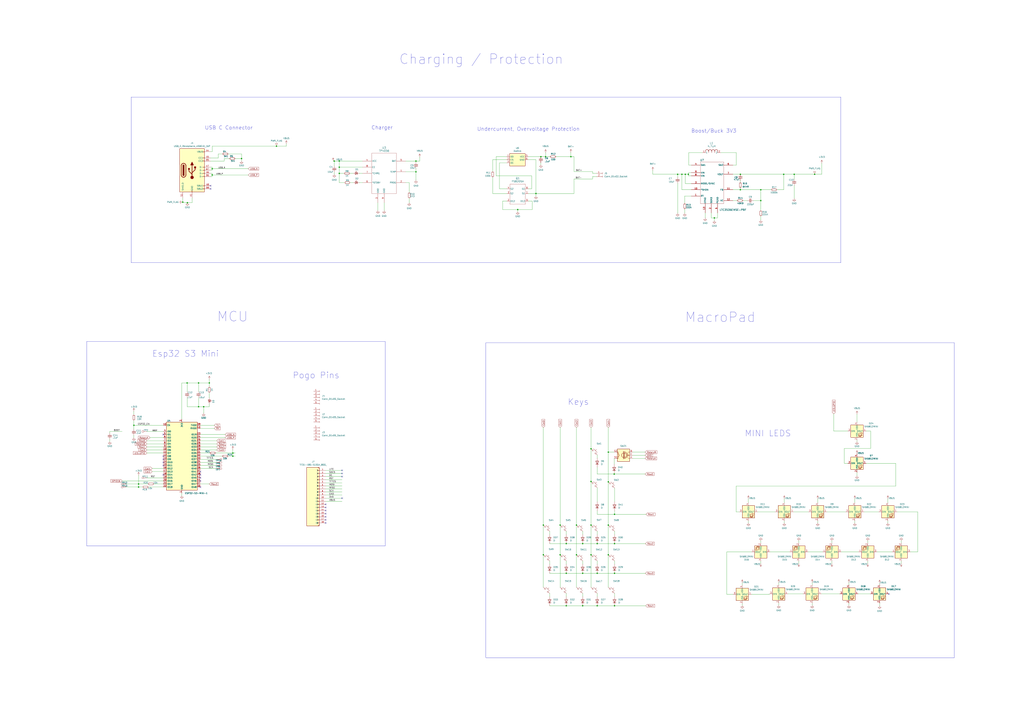
<source format=kicad_sch>
(kicad_sch (version 20231120) (generator "eeschema") (generator_version "8.0")
  (paper "A1")
  (junction (at 468.884 128.778))
  (junction (at 153.67 314.706))
  (junction (at 191.262 374.904))
  (junction (at 504.698 471.17))
  (junction (at 444.246 128.778))
  (junction (at 167.259 334.264))
  (junction (at 478.536 471.17))
  (junction (at 446.278 431.546))
  (junction (at 499.618 395.986))
  (junction (at 150.114 166.116))
  (junction (at 608.076 155.956))
  (junction (at 341.63 132.334))
  (junction (at 504.698 446.786))
  (junction (at 227.076 120.142))
  (junction (at 171.958 314.706))
  (junction (at 586.74 179.07))
  (junction (at 465.074 471.17))
  (junction (at 425.196 172.212))
  (junction (at 191.262 372.364))
  (junction (at 163.068 314.706))
  (junction (at 465.074 446.786))
  (junction (at 562.864 143.256))
  (junction (at 153.924 166.624))
  (junction (at 109.982 349.504))
  (junction (at 174.244 138.684))
  (junction (at 669.036 143.256))
  (junction (at 113.792 397.764))
  (junction (at 652.272 143.256))
  (junction (at 163.068 334.264))
  (junction (at 556.514 143.256))
  (junction (at 490.474 471.17))
  (junction (at 560.07 143.256))
  (junction (at 446.278 455.93))
  (junction (at 624.84 164.846))
  (junction (at 274.574 132.334))
  (junction (at 198.374 130.302))
  (junction (at 504.444 389.636))
  (junction (at 504.698 497.84))
  (junction (at 278.638 132.334))
  (junction (at 278.638 137.414))
  (junction (at 174.244 143.764))
  (junction (at 485.394 431.546))
  (junction (at 485.394 455.93))
  (junction (at 499.618 455.93))
  (junction (at 448.056 128.778))
  (junction (at 485.394 368.808))
  (junction (at 499.618 431.546))
  (junction (at 608.076 143.256))
  (junction (at 490.474 497.84))
  (junction (at 440.182 159.004))
  (junction (at 341.63 141.224))
  (junction (at 465.074 497.84))
  (junction (at 565.404 143.256))
  (junction (at 459.994 431.546))
  (junction (at 490.474 446.786))
  (junction (at 643.636 143.256))
  (junction (at 473.456 431.546))
  (junction (at 485.394 395.732))
  (junction (at 504.698 422.656))
  (junction (at 459.994 455.93))
  (junction (at 113.792 400.304))
  (junction (at 624.84 155.956))
  (junction (at 278.638 142.494))
  (junction (at 499.618 371.602))
  (junction (at 478.536 446.786))
  (junction (at 473.456 455.93))
  (junction (at 478.536 497.84))
  (no_connect (at 267.462 424.688))
  (no_connect (at 164.592 387.604))
  (no_connect (at 134.112 382.524))
  (no_connect (at 134.112 374.904))
  (no_connect (at 280.924 389.128))
  (no_connect (at 172.974 152.654))
  (no_connect (at 280.924 386.588))
  (no_connect (at 729.996 488.188))
  (no_connect (at 134.112 390.144))
  (no_connect (at 164.592 400.304))
  (no_connect (at 164.592 390.144))
  (no_connect (at 164.592 392.684))
  (no_connect (at 164.592 395.224))
  (no_connect (at 267.462 427.228))
  (no_connect (at 267.462 429.768))
  (no_connect (at 280.924 391.668))
  (no_connect (at 267.462 422.148))
  (no_connect (at 134.112 357.124))
  (no_connect (at 267.462 414.528))
  (no_connect (at 267.462 417.068))
  (no_connect (at 267.462 419.608))
  (no_connect (at 280.924 409.448))
  (no_connect (at 172.974 155.194))
  (no_connect (at 134.112 379.984))
  (no_connect (at 134.112 377.444))
  (wire (pts (xy 103.632 397.764) (xy 113.792 397.764)))
  (wire (pts (xy 504.444 389.128) (xy 504.444 389.636)))
  (wire (pts (xy 157.734 162.814) (xy 157.734 166.624)))
  (wire (pts (xy 490.474 384.048) (xy 490.474 389.636)))
  (wire (pts (xy 608.076 149.606) (xy 608.076 148.336)))
  (wire (pts (xy 624.84 155.956) (xy 624.84 164.846)))
  (wire (pts (xy 456.692 128.778) (xy 468.884 128.778)))
  (wire (pts (xy 652.272 143.256) (xy 652.272 147.32)))
  (wire (pts (xy 486.664 145.034) (xy 486.664 147.066)))
  (wire (pts (xy 267.462 391.668) (xy 280.924 391.668)))
  (wire (pts (xy 167.259 334.264) (xy 167.259 339.598)))
  (wire (pts (xy 172.974 124.714) (xy 174.244 124.714)))
  (wire (pts (xy 608.076 155.956) (xy 624.84 155.956)))
  (wire (pts (xy 287.528 142.494) (xy 290.068 142.494)))
  (wire (pts (xy 448.056 128.778) (xy 451.612 128.778)))
  (wire (pts (xy 610.362 164.846) (xy 613.664 164.846)))
  (wire (pts (xy 174.244 137.414) (xy 174.244 138.684)))
  (wire (pts (xy 471.424 128.778) (xy 471.424 140.97)))
  (wire (pts (xy 267.462 396.748) (xy 280.924 396.748)))
  (wire (pts (xy 485.394 368.808) (xy 485.394 395.732)))
  (wire (pts (xy 451.358 446.786) (xy 465.074 446.786)))
  (wire (pts (xy 485.394 351.282) (xy 485.394 368.808)))
  (wire (pts (xy 465.074 497.84) (xy 478.536 497.84)))
  (wire (pts (xy 490.474 422.656) (xy 504.698 422.656)))
  (wire (pts (xy 198.374 130.302) (xy 198.374 132.207)))
  (wire (pts (xy 295.148 150.114) (xy 297.688 150.114)))
  (wire (pts (xy 179.324 126.492) (xy 182.499 126.492)))
  (wire (pts (xy 652.272 152.4) (xy 652.272 163.068)))
  (wire (pts (xy 123.19 359.664) (xy 134.112 359.664)))
  (wire (pts (xy 278.638 137.414) (xy 278.638 142.494)))
  (wire (pts (xy 478.536 487.68) (xy 478.536 490.22)))
  (wire (pts (xy 193.294 130.302) (xy 198.374 130.302)))
  (wire (pts (xy 149.352 314.706) (xy 153.67 314.706)))
  (wire (pts (xy 150.114 166.116) (xy 150.114 166.624)))
  (wire (pts (xy 440.182 131.318) (xy 440.182 159.004)))
  (wire (pts (xy 596.9 488.442) (xy 601.98 488.442)))
  (wire (pts (xy 282.702 150.114) (xy 278.638 150.114)))
  (wire (pts (xy 478.536 446.786) (xy 490.474 446.786)))
  (wire (pts (xy 267.462 409.448) (xy 280.924 409.448)))
  (wire (pts (xy 176.022 349.504) (xy 164.592 349.504)))
  (wire (pts (xy 174.244 139.954) (xy 172.974 139.954)))
  (wire (pts (xy 608.076 143.256) (xy 643.636 143.256)))
  (wire (pts (xy 562.356 171.958) (xy 562.356 175.26)))
  (wire (pts (xy 176.022 352.044) (xy 164.592 352.044)))
  (wire (pts (xy 437.134 172.212) (xy 437.134 165.354)))
  (wire (pts (xy 174.244 142.494) (xy 172.974 142.494)))
  (wire (pts (xy 90.17 354.584) (xy 90.17 355.854)))
  (wire (pts (xy 656.082 463.042) (xy 656.082 461.264)))
  (wire (pts (xy 451.358 487.68) (xy 451.358 490.22)))
  (wire (pts (xy 567.69 161.036) (xy 562.356 161.036)))
  (wire (pts (xy 504.698 497.84) (xy 530.352 497.84)))
  (wire (pts (xy 267.462 389.128) (xy 280.924 389.128)))
  (wire (pts (xy 519.684 371.602) (xy 529.844 371.602)))
  (wire (pts (xy 90.17 354.584) (xy 100.33 354.584)))
  (wire (pts (xy 584.2 179.07) (xy 586.74 179.07)))
  (wire (pts (xy 604.52 420.624) (xy 604.52 399.542)))
  (wire (pts (xy 164.592 382.524) (xy 178.054 382.524)))
  (wire (pts (xy 150.114 162.814) (xy 150.114 166.116)))
  (wire (pts (xy 715.01 354.33) (xy 715.01 368.554)))
  (wire (pts (xy 341.63 132.334) (xy 344.678 132.334)))
  (wire (pts (xy 120.65 369.824) (xy 134.112 369.824)))
  (wire (pts (xy 163.068 314.706) (xy 163.068 321.818)))
  (wire (pts (xy 697.23 478.79) (xy 697.23 480.568)))
  (wire (pts (xy 624.84 177.8) (xy 624.84 180.848)))
  (wire (pts (xy 120.65 367.284) (xy 134.112 367.284)))
  (wire (pts (xy 639.572 495.808) (xy 639.572 497.332)))
  (wire (pts (xy 267.462 401.828) (xy 280.924 401.828)))
  (wire (pts (xy 103.632 400.304) (xy 113.792 400.304)))
  (wire (pts (xy 164.592 372.364) (xy 172.212 372.364)))
  (wire (pts (xy 171.958 334.264) (xy 167.259 334.264)))
  (wire (pts (xy 607.06 420.624) (xy 604.52 420.624)))
  (wire (pts (xy 178.054 364.744) (xy 164.592 364.744)))
  (wire (pts (xy 451.358 471.17) (xy 465.074 471.17)))
  (wire (pts (xy 490.474 487.68) (xy 490.474 490.22)))
  (wire (pts (xy 434.086 159.004) (xy 440.182 159.004)))
  (wire (pts (xy 490.474 446.786) (xy 504.698 446.786)))
  (wire (pts (xy 667.004 495.808) (xy 667.004 497.332)))
  (wire (pts (xy 499.618 431.546) (xy 499.618 455.93)))
  (wire (pts (xy 459.994 455.93) (xy 459.994 482.6)))
  (wire (pts (xy 100.33 395.224) (xy 134.112 395.224)))
  (wire (pts (xy 172.974 137.414) (xy 174.244 137.414)))
  (wire (pts (xy 565.404 141.986) (xy 565.404 143.256)))
  (wire (pts (xy 416.052 128.778) (xy 407.416 128.778)))
  (wire (pts (xy 120.65 364.744) (xy 134.112 364.744)))
  (wire (pts (xy 565.658 135.636) (xy 565.658 125.476)))
  (wire (pts (xy 586.74 179.07) (xy 586.74 181.356)))
  (wire (pts (xy 433.832 128.778) (xy 444.246 128.778)))
  (wire (pts (xy 624.84 155.956) (xy 633.222 155.956)))
  (wire (pts (xy 683.26 463.042) (xy 683.26 461.264)))
  (wire (pts (xy 113.792 400.304) (xy 116.967 400.304)))
  (wire (pts (xy 90.17 360.934) (xy 90.17 362.839)))
  (wire (pts (xy 412.75 172.212) (xy 425.196 172.212)))
  (wire (pts (xy 562.864 150.876) (xy 567.69 150.876)))
  (wire (pts (xy 109.982 357.759) (xy 109.982 359.664)))
  (wire (pts (xy 433.832 131.318) (xy 440.182 131.318)))
  (wire (pts (xy 536.194 143.256) (xy 556.514 143.256)))
  (wire (pts (xy 163.068 334.264) (xy 167.259 334.264)))
  (wire (pts (xy 267.462 404.368) (xy 280.924 404.368)))
  (wire (pts (xy 651.764 420.624) (xy 663.956 420.624)))
  (wire (pts (xy 273.558 132.334) (xy 274.574 132.334)))
  (wire (pts (xy 471.424 147.066) (xy 471.424 159.004)))
  (wire (pts (xy 490.474 497.84) (xy 504.698 497.84)))
  (wire (pts (xy 504.698 471.17) (xy 530.098 471.17)))
  (wire (pts (xy 174.244 138.684) (xy 203.962 138.684)))
  (wire (pts (xy 267.462 394.208) (xy 280.924 394.208)))
  (wire (pts (xy 163.068 314.706) (xy 171.958 314.706)))
  (wire (pts (xy 416.052 131.318) (xy 404.622 131.318)))
  (wire (pts (xy 703.834 340.36) (xy 703.834 346.71)))
  (wire (pts (xy 567.69 135.636) (xy 565.658 135.636)))
  (wire (pts (xy 333.248 132.334) (xy 341.63 132.334)))
  (wire (pts (xy 490.474 436.626) (xy 490.474 439.166)))
  (wire (pts (xy 639.572 478.79) (xy 639.572 480.568)))
  (wire (pts (xy 683.26 446.024) (xy 683.26 444.5)))
  (wire (pts (xy 490.474 461.01) (xy 490.474 463.55)))
  (wire (pts (xy 287.782 150.114) (xy 290.068 150.114)))
  (wire (pts (xy 684.784 340.106) (xy 684.784 354.33)))
  (wire (pts (xy 556.514 143.256) (xy 556.514 145.542)))
  (wire (pts (xy 436.626 155.194) (xy 434.086 155.194)))
  (wire (pts (xy 333.248 141.224) (xy 341.63 141.224)))
  (wire (pts (xy 715.01 368.554) (xy 693.42 368.554)))
  (wire (pts (xy 198.374 126.492) (xy 198.374 130.302)))
  (wire (pts (xy 584.2 175.006) (xy 584.2 179.07)))
  (wire (pts (xy 669.036 143.256) (xy 674.878 143.256)))
  (wire (pts (xy 485.394 431.546) (xy 485.394 455.93)))
  (wire (pts (xy 614.68 409.956) (xy 614.68 413.004)))
  (wire (pts (xy 440.182 159.004) (xy 440.182 161.036)))
  (wire (pts (xy 486.664 140.97) (xy 486.664 142.494)))
  (wire (pts (xy 153.67 314.706) (xy 163.068 314.706)))
  (wire (pts (xy 589.28 175.006) (xy 589.28 179.07)))
  (wire (pts (xy 113.792 397.764) (xy 121.412 397.764)))
  (wire (pts (xy 109.982 349.504) (xy 134.112 349.504)))
  (wire (pts (xy 416.306 165.354) (xy 412.75 165.354)))
  (wire (pts (xy 504.698 422.656) (xy 530.606 422.656)))
  (wire (pts (xy 336.042 163.068) (xy 336.042 166.624)))
  (wire (pts (xy 735.584 399.542) (xy 735.584 380.746)))
  (wire (pts (xy 297.688 137.414) (xy 278.638 137.414)))
  (wire (pts (xy 489.966 145.034) (xy 486.664 145.034)))
  (wire (pts (xy 601.98 164.846) (xy 605.282 164.846)))
  (wire (pts (xy 674.624 488.188) (xy 689.61 488.188)))
  (wire (pts (xy 703.834 372.872) (xy 703.834 373.126)))
  (wire (pts (xy 504.444 371.602) (xy 499.618 371.602)))
  (wire (pts (xy 187.579 126.492) (xy 198.374 126.492)))
  (wire (pts (xy 465.074 471.17) (xy 478.536 471.17)))
  (wire (pts (xy 485.394 455.93) (xy 485.394 482.6)))
  (wire (pts (xy 624.84 463.042) (xy 624.84 461.264)))
  (wire (pts (xy 274.574 141.478) (xy 274.574 143.256)))
  (wire (pts (xy 490.474 422.656) (xy 490.474 419.862)))
  (wire (pts (xy 485.394 395.732) (xy 485.394 431.546)))
  (wire (pts (xy 714.756 488.188) (xy 704.85 488.188)))
  (wire (pts (xy 171.958 397.764) (xy 164.592 397.764)))
  (wire (pts (xy 696.214 354.33) (xy 684.784 354.33)))
  (wire (pts (xy 436.626 144.526) (xy 436.626 155.194)))
  (wire (pts (xy 499.618 455.93) (xy 499.618 482.6)))
  (wire (pts (xy 490.474 389.636) (xy 504.444 389.636)))
  (wire (pts (xy 315.468 166.624) (xy 315.468 172.974)))
  (wire (pts (xy 407.416 128.778) (xy 407.416 144.526)))
  (wire (pts (xy 693.42 380.746) (xy 696.214 380.746)))
  (wire (pts (xy 601.98 155.956) (xy 608.076 155.956)))
  (wire (pts (xy 278.638 142.494) (xy 282.448 142.494)))
  (wire (pts (xy 712.724 463.042) (xy 712.724 461.264)))
  (wire (pts (xy 459.994 351.282) (xy 459.994 431.546)))
  (wire (pts (xy 656.082 446.024) (xy 656.082 444.5)))
  (wire (pts (xy 638.302 155.956) (xy 643.636 155.956)))
  (wire (pts (xy 504.698 446.786) (xy 530.098 446.786)))
  (wire (pts (xy 440.182 159.004) (xy 471.424 159.004)))
  (wire (pts (xy 504.444 389.636) (xy 529.844 389.636)))
  (wire (pts (xy 444.246 133.858) (xy 444.246 135.382)))
  (wire (pts (xy 444.246 128.778) (xy 448.056 128.778)))
  (wire (pts (xy 486.664 142.494) (xy 489.966 142.494)))
  (wire (pts (xy 412.75 165.354) (xy 412.75 172.212)))
  (wire (pts (xy 153.67 314.706) (xy 153.67 321.818)))
  (wire (pts (xy 124.968 387.604) (xy 134.112 387.604)))
  (wire (pts (xy 193.167 374.904) (xy 191.262 374.904)))
  (wire (pts (xy 341.63 138.43) (xy 341.63 141.224)))
  (wire (pts (xy 425.196 172.212) (xy 437.134 172.212)))
  (wire (pts (xy 341.63 132.334) (xy 341.63 133.35)))
  (wire (pts (xy 471.424 147.066) (xy 486.664 147.066)))
  (wire (pts (xy 407.416 144.526) (xy 436.626 144.526)))
  (wire (pts (xy 124.968 385.064) (xy 134.112 385.064)))
  (wire (pts (xy 153.67 326.898) (xy 153.67 334.264)))
  (wire (pts (xy 609.6 496.062) (xy 609.6 497.586)))
  (wire (pts (xy 120.65 372.364) (xy 134.112 372.364)))
  (wire (pts (xy 171.958 311.658) (xy 171.958 314.706)))
  (wire (pts (xy 178.054 379.984) (xy 164.592 379.984)))
  (wire (pts (xy 567.69 144.526) (xy 565.404 144.526)))
  (wire (pts (xy 609.6 479.044) (xy 609.6 480.822)))
  (wire (pts (xy 448.056 125.476) (xy 448.056 128.778)))
  (wire (pts (xy 604.774 125.476) (xy 604.774 135.636)))
  (wire (pts (xy 693.42 368.554) (xy 693.42 380.746)))
  (wire (pts (xy 267.462 386.588) (xy 280.924 386.588)))
  (wire (pts (xy 473.456 431.546) (xy 473.456 455.93)))
  (wire (pts (xy 465.074 487.68) (xy 465.074 490.22)))
  (wire (pts (xy 310.388 166.624) (xy 310.388 172.974)))
  (wire (pts (xy 174.244 120.142) (xy 174.244 124.714)))
  (wire (pts (xy 184.15 130.302) (xy 188.214 130.302)))
  (wire (pts (xy 120.65 392.684) (xy 134.112 392.684)))
  (wire (pts (xy 468.884 128.778) (xy 471.424 128.778)))
  (wire (pts (xy 722.376 479.298) (xy 722.376 480.568)))
  (wire (pts (xy 333.248 150.114) (xy 336.042 150.114)))
  (wire (pts (xy 560.07 155.956) (xy 567.69 155.956)))
  (wire (pts (xy 729.234 409.956) (xy 729.234 413.004)))
  (wire (pts (xy 278.638 132.334) (xy 278.638 137.414)))
  (wire (pts (xy 465.074 461.01) (xy 465.074 463.55)))
  (wire (pts (xy 592.074 125.476) (xy 604.774 125.476)))
  (wire (pts (xy 410.21 133.858) (xy 416.052 133.858)))
  (wire (pts (xy 667.004 478.79) (xy 667.004 480.568)))
  (wire (pts (xy 601.98 143.256) (xy 608.076 143.256)))
  (wire (pts (xy 174.244 138.684) (xy 174.244 139.954)))
  (wire (pts (xy 490.474 373.888) (xy 490.474 376.428)))
  (wire (pts (xy 579.12 175.006) (xy 579.12 179.07)))
  (wire (pts (xy 709.676 420.624) (xy 721.614 420.624)))
  (wire (pts (xy 697.23 495.808) (xy 697.23 497.332)))
  (wire (pts (xy 729.234 428.244) (xy 729.234 429.768)))
  (wire (pts (xy 663.702 453.644) (xy 675.64 453.644)))
  (wire (pts (xy 504.698 419.862) (xy 504.698 422.656)))
  (wire (pts (xy 536.194 139.954) (xy 536.194 143.256)))
  (wire (pts (xy 478.536 461.01) (xy 478.536 463.55)))
  (wire (pts (xy 171.958 322.834) (xy 171.958 326.898)))
  (wire (pts (xy 504.698 487.68) (xy 504.698 490.22)))
  (wire (pts (xy 446.278 455.93) (xy 446.278 482.6)))
  (wire (pts (xy 157.734 166.624) (xy 153.924 166.624)))
  (wire (pts (xy 519.684 376.682) (xy 529.844 376.682)))
  (wire (pts (xy 274.574 132.334) (xy 274.574 136.398)))
  (wire (pts (xy 178.054 367.284) (xy 164.592 367.284)))
  (wire (pts (xy 478.536 471.17) (xy 490.474 471.17)))
  (wire (pts (xy 164.592 357.124) (xy 184.912 357.124)))
  (wire (pts (xy 562.864 150.876) (xy 562.864 143.256)))
  (wire (pts (xy 690.88 453.644) (xy 705.104 453.644)))
  (wire (pts (xy 451.358 461.01) (xy 451.358 463.55)))
  (wire (pts (xy 586.74 179.07) (xy 589.28 179.07)))
  (wire (pts (xy 468.884 125.222) (xy 468.884 128.778)))
  (wire (pts (xy 722.376 495.808) (xy 722.376 497.84)))
  (wire (pts (xy 174.244 143.764) (xy 203.962 143.764)))
  (wire (pts (xy 164.592 359.664) (xy 184.912 359.664)))
  (wire (pts (xy 504.698 461.01) (xy 504.698 463.55)))
  (wire (pts (xy 753.618 453.644) (xy 747.776 453.644)))
  (wire (pts (xy 109.982 349.504) (xy 109.982 352.679)))
  (wire (pts (xy 109.982 345.694) (xy 109.982 349.504)))
  (wire (pts (xy 465.074 446.786) (xy 478.536 446.786)))
  (wire (pts (xy 471.424 140.97) (xy 486.664 140.97)))
  (wire (pts (xy 674.878 134.112) (xy 674.878 143.256)))
  (wire (pts (xy 632.46 453.644) (xy 648.462 453.644)))
  (wire (pts (xy 404.622 145.796) (xy 404.622 159.004)))
  (wire (pts (xy 715.01 354.33) (xy 711.454 354.33)))
  (wire (pts (xy 712.724 446.024) (xy 712.724 444.5)))
  (wire (pts (xy 519.684 374.142) (xy 529.844 374.142)))
  (wire (pts (xy 499.618 371.602) (xy 499.618 395.986)))
  (wire (pts (xy 644.144 409.956) (xy 644.144 413.004)))
  (wire (pts (xy 179.324 126.492) (xy 179.324 129.794)))
  (wire (pts (xy 562.864 143.256) (xy 565.404 143.256)))
  (wire (pts (xy 679.196 420.624) (xy 694.436 420.624)))
  (wire (pts (xy 702.056 428.244) (xy 702.056 429.768)))
  (wire (pts (xy 490.474 400.812) (xy 490.474 412.242)))
  (wire (pts (xy 336.042 150.114) (xy 336.042 157.988)))
  (wire (pts (xy 703.834 390.906) (xy 703.834 388.366)))
  (wire (pts (xy 624.84 164.846) (xy 624.84 172.72)))
  (wire (pts (xy 191.262 372.364) (xy 191.262 374.904)))
  (wire (pts (xy 149.352 405.384) (xy 149.352 407.289)))
  (wire (pts (xy 504.698 401.066) (xy 504.698 412.242)))
  (wire (pts (xy 624.84 446.024) (xy 624.84 444.5)))
  (wire (pts (xy 643.636 155.956) (xy 643.636 143.256)))
  (wire (pts (xy 120.65 362.204) (xy 134.112 362.204)))
  (wire (pts (xy 425.196 172.212) (xy 425.196 173.99)))
  (wire (pts (xy 178.054 377.444) (xy 164.592 377.444)))
  (wire (pts (xy 178.054 369.824) (xy 164.592 369.824)))
  (wire (pts (xy 652.272 143.256) (xy 669.036 143.256)))
  (wire (pts (xy 596.9 453.644) (xy 617.22 453.644)))
  (wire (pts (xy 473.456 455.93) (xy 473.456 482.6)))
  (wire (pts (xy 735.584 380.746) (xy 711.454 380.746)))
  (wire (pts (xy 235.204 118.11) (xy 235.204 120.142)))
  (wire (pts (xy 278.638 142.494) (xy 278.638 150.114)))
  (wire (pts (xy 499.618 395.986) (xy 499.618 431.546)))
  (wire (pts (xy 451.358 497.84) (xy 465.074 497.84)))
  (wire (pts (xy 122.047 400.304) (xy 134.112 400.304)))
  (wire (pts (xy 267.462 406.908) (xy 280.924 406.908)))
  (wire (pts (xy 753.618 420.624) (xy 753.618 453.644)))
  (wire (pts (xy 562.356 161.036) (xy 562.356 166.878)))
  (wire (pts (xy 644.144 428.244) (xy 644.144 429.768)))
  (wire (pts (xy 174.244 120.142) (xy 227.076 120.142)))
  (wire (pts (xy 295.148 142.494) (xy 297.688 142.494)))
  (wire (pts (xy 172.974 145.034) (xy 174.244 145.034)))
  (wire (pts (xy 150.114 166.624) (xy 153.924 166.624)))
  (wire (pts (xy 478.536 436.626) (xy 478.536 439.166)))
  (wire (pts (xy 178.054 385.064) (xy 164.592 385.064)))
  (wire (pts (xy 404.622 131.318) (xy 404.622 140.716)))
  (wire (pts (xy 172.974 129.794) (xy 179.324 129.794)))
  (wire (pts (xy 191.262 374.904) (xy 187.452 374.904)))
  (wire (pts (xy 191.262 369.316) (xy 191.262 372.364)))
  (wire (pts (xy 278.638 132.334) (xy 297.688 132.334)))
  (wire (pts (xy 184.15 132.334) (xy 184.15 130.302)))
  (wire (pts (xy 631.952 488.442) (xy 631.952 488.188)))
  (wire (pts (xy 163.068 326.898) (xy 163.068 334.264)))
  (wire (pts (xy 113.792 390.652) (xy 113.792 397.764)))
  (wire (pts (xy 565.658 125.476) (xy 576.834 125.476)))
  (wire (pts (xy 504.698 436.626) (xy 504.698 439.166)))
  (wire (pts (xy 604.52 399.542) (xy 735.584 399.542)))
  (wire (pts (xy 446.278 431.546) (xy 446.278 455.93)))
  (wire (pts (xy 109.982 340.614) (xy 109.982 338.074)))
  (wire (pts (xy 227.076 120.142) (xy 235.204 120.142)))
  (wire (pts (xy 465.074 436.626) (xy 465.074 439.166)))
  (wire (pts (xy 171.958 314.706) (xy 171.958 317.754)))
  (wire (pts (xy 274.574 132.334) (xy 278.638 132.334)))
  (wire (pts (xy 174.244 145.034) (xy 174.244 143.764)))
  (wire (pts (xy 604.774 135.636) (xy 601.98 135.636)))
  (wire (pts (xy 720.344 453.644) (xy 732.536 453.644)))
  (wire (pts (xy 126.492 397.764) (xy 134.112 397.764)))
  (wire (pts (xy 113.792 397.764) (xy 113.792 400.304)))
  (wire (pts (xy 451.358 436.626) (xy 451.358 439.166)))
  (wire (pts (xy 622.3 420.624) (xy 636.524 420.624)))
  (wire (pts (xy 596.9 453.644) (xy 596.9 488.442)))
  (wire (pts (xy 478.536 497.84) (xy 490.474 497.84)))
  (wire (pts (xy 618.744 164.846) (xy 624.84 164.846)))
  (wire (pts (xy 120.65 354.584) (xy 134.112 354.584)))
  (wire (pts (xy 671.576 428.244) (xy 671.576 429.768)))
  (wire (pts (xy 556.514 143.256) (xy 560.07 143.256)))
  (wire (pts (xy 267.462 399.288) (xy 280.924 399.288)))
  (wire (pts (xy 164.592 374.904) (xy 182.372 374.904)))
  (wire (pts (xy 193.167 372.364) (xy 191.262 372.364)))
  (wire (pts (xy 341.63 141.224) (xy 341.63 148.082)))
  (wire (pts (xy 560.07 155.956) (xy 560.07 143.256)))
  (wire (pts (xy 614.68 428.244) (xy 614.68 429.768)))
  (wire (pts (xy 740.156 446.024) (xy 740.156 444.5)))
  (wire (pts (xy 643.636 143.256) (xy 652.272 143.256)))
  (wire (pts (xy 702.056 409.956) (xy 702.056 413.004)))
  (wire (pts (xy 608.076 154.686) (xy 608.076 155.956)))
  (wire (pts (xy 437.134 165.354) (xy 434.086 165.354)))
  (wire (pts (xy 565.404 143.256) (xy 565.404 144.526)))
  (wire (pts (xy 499.618 371.602) (xy 499.618 351.282)))
  (wire (pts (xy 703.834 361.95) (xy 703.834 362.966)))
  (wire (pts (xy 174.244 143.764) (xy 174.244 142.494)))
  (wire (pts (xy 178.054 362.204) (xy 164.592 362.204)))
  (wire (pts (xy 416.306 159.004) (xy 404.622 159.004)))
  (wire (pts (xy 556.514 150.622) (xy 556.514 175.26)))
  (wire (pts (xy 473.456 351.282) (xy 473.456 431.546)))
  (wire (pts (xy 171.958 331.978) (xy 171.958 334.264)))
  (wire (pts (xy 149.352 314.706) (xy 149.352 344.424)))
  (wire (pts (xy 416.306 155.194) (xy 410.21 155.194)))
  (wire (pts (xy 177.292 372.364) (xy 191.262 372.364)))
  (wire (pts (xy 736.854 420.624) (xy 753.618 420.624)))
  (wire (pts (xy 344.678 129.032) (xy 344.678 132.334)))
  (wire (pts (xy 647.192 488.188) (xy 659.384 488.188)))
  (wire (pts (xy 153.67 334.264) (xy 163.068 334.264)))
  (wire (pts (xy 410.21 155.194) (xy 410.21 133.858)))
  (wire (pts (xy 490.474 471.17) (xy 504.698 471.17)))
  (wire (pts (xy 565.404 141.986) (xy 567.69 141.986)))
  (wire (pts (xy 459.994 431.546) (xy 459.994 455.93)))
  (wire (pts (xy 172.974 132.334) (xy 184.15 132.334)))
  (wire (pts (xy 446.278 351.282) (xy 446.278 431.546)))
  (wire (pts (xy 671.576 409.956) (xy 671.576 413.004)))
  (wire (pts (xy 560.07 143.256) (xy 562.864 143.256)))
  (wire (pts (xy 740.156 463.042) (xy 740.156 461.264)))
  (wire (pts (xy 267.462 411.988) (xy 280.924 411.988)))
  (wire (pts (xy 617.22 488.442) (xy 631.952 488.442)))
  (wire (pts (xy 504.444 376.682) (xy 504.444 381.508)))
  (rectangle (start 71.12 280.67) (end 316.484 448.564))
  (rectangle (start 399.034 281.686) (end 783.844 540.512))
  (rectangle (start 107.696 79.756) (end 690.626 215.9))
  (text "USB C Connector" (at 187.96 105.156 0) (effects (font (size 3 3))))
  (text "Pogo Pins\n" (at 259.588 308.61 0) (effects (font (size 5 5))))
  (text "Charger" (at 313.817 105.029 0) (effects (font (size 3 3))))
  (text "Keys" (at 474.98 330.454 0) (effects (font (size 5 5))))
  (text "MINI LEDS" (at 630.682 356.362 0) (effects (font (size 5 5))))
  (text "Undercurrent, Overvoltage Protection" (at 433.959 106.172 0) (effects (font (size 3 3))))
  (text "Boost/Buck 3V3" (at 586.232 107.696 0) (effects (font (size 3 3))))
  (text "MCU" (at 191.008 260.35 0) (effects (font (size 8 8))))
  (text "MacroPad" (at 591.566 260.858 0) (effects (font (size 8 8))))
  (text "Esp32 S3 Mini" (at 152.4 290.83 0) (effects (font (size 5 5))))
  (text "Charging / Protection" (at 395.224 48.768 0) (effects (font (size 8 8))))
  (label "GND" (at 270.256 406.908 0))
  (label "BAT-" (at 477.774 147.066 180))
  (label "SCK" (at 175.26 385.064 180))
  (label "RST" (at 123.698 392.684 0))
  (label "MISO" (at 270.256 401.828 0))
  (label "BAT+" (at 478.028 140.97 180))
  (label "SCK" (at 270.256 404.368 0))
  (label "MOSI" (at 270.256 399.288 0))
  (label "TFTCS" (at 175.26 377.444 180))
  (label "USB_P" (at 177.546 143.764 0) (effects (font (size 1.15 1.15))))
  (label "DC" (at 270.256 391.668 0))
  (label "MOSI" (at 175.26 379.984 180))
  (label "BOOT" (at 93.345 354.584 0))
  (label "TFTCS" (at 270.256 396.748 0))
  (label "3VO" (at 270.256 409.448 0))
  (label "LITE" (at 270.256 386.588 0))
  (label "MISO" (at 175.26 382.524 180))
  (label "USB_N" (at 179.324 138.684 0) (effects (font (size 1.15 1.15))))
  (label "SDCS" (at 270.256 389.128 0))
  (label "VBUS" (at 270.256 411.988 0))
  (label "ESP32_EN" (at 113.157 349.504 0))
  (label "BOOT" (at 125.222 354.584 0) (effects (font (size 1 1))))
  (label "RST" (at 270.256 394.208 0))
  (global_label "Row4" (shape input) (at 530.352 497.84 0) (property "Intersheetrefs" "${INTERSHEET_REFS}" (effects (hide yes))))
  (global_label "USB_N" (shape input) (at 203.962 138.684 0) (property "Intersheetrefs" "${INTERSHEET_REFS}" (effects (hide yes))))
  (global_label "USB_N" (shape input) (at 184.912 357.124 0) (property "Intersheetrefs" "${INTERSHEET_REFS}" (effects (hide yes))))
  (global_label "USB_P" (shape input) (at 184.912 359.664 0) (property "Intersheetrefs" "${INTERSHEET_REFS}" (effects (hide yes))))
  (global_label "Col4" (shape input) (at 124.968 385.064 180) (property "Intersheetrefs" "${INTERSHEET_REFS}" (effects (hide yes))))
  (global_label "Row4" (shape input) (at 178.054 367.284 0) (property "Intersheetrefs" "${INTERSHEET_REFS}" (effects (hide yes))))
  (global_label "GND" (shape input) (at 529.844 374.142 0) (property "Intersheetrefs" "${INTERSHEET_REFS}" (effects (hide yes))))
  (global_label "Col0" (shape input) (at 178.054 369.824 0) (property "Intersheetrefs" "${INTERSHEET_REFS}" (effects (hide yes))))
  (global_label "RotaryB" (shape input) (at 529.844 371.602 0) (property "Intersheetrefs" "${INTERSHEET_REFS}" (effects (hide yes))))
  (global_label "Row3" (shape input) (at 171.958 397.764 0) (property "Intersheetrefs" "${INTERSHEET_REFS}" (effects (hide yes))))
  (global_label "Row1" (shape input) (at 530.606 422.656 0) (property "Intersheetrefs" "${INTERSHEET_REFS}" (effects (hide yes))))
  (global_label "LED_GPIO" (shape input) (at 120.65 372.364 180) (property "Intersheetrefs" "${INTERSHEET_REFS}" (effects (hide yes))))
  (global_label "Col1" (shape input) (at 178.054 362.204 0) (property "Intersheetrefs" "${INTERSHEET_REFS}" (effects (hide yes))))
  (global_label "Col2" (shape input) (at 124.968 387.604 180) (property "Intersheetrefs" "${INTERSHEET_REFS}" (effects (hide yes))))
  (global_label "Col4" (shape input) (at 499.618 351.282 90) (property "Intersheetrefs" "${INTERSHEET_REFS}" (effects (hide yes))))
  (global_label "Col1" (shape input) (at 459.994 351.282 90) (property "Intersheetrefs" "${INTERSHEET_REFS}" (effects (hide yes))))
  (global_label "RotaryA" (shape input) (at 529.844 376.682 0) (property "Intersheetrefs" "${INTERSHEET_REFS}" (effects (hide yes))))
  (global_label "GPIO16" (shape input) (at 100.33 395.224 180) (property "Intersheetrefs" "${INTERSHEET_REFS}" (effects (hide yes))))
  (global_label "Col3" (shape input) (at 120.65 369.824 180) (property "Intersheetrefs" "${INTERSHEET_REFS}" (effects (hide yes))))
  (global_label "Row0" (shape input) (at 529.844 389.636 0) (property "Intersheetrefs" "${INTERSHEET_REFS}" (effects (hide yes))))
  (global_label "Col2" (shape input) (at 473.456 351.282 90) (property "Intersheetrefs" "${INTERSHEET_REFS}" (effects (hide yes))))
  (global_label "TX" (shape input) (at 176.022 349.504 0) (property "Intersheetrefs" "${INTERSHEET_REFS}" (effects (hide yes))))
  (global_label "LED_GPIO" (shape input) (at 684.784 340.106 90) (property "Intersheetrefs" "${INTERSHEET_REFS}" (effects (hide yes))))
  (global_label "Row2" (shape input) (at 530.098 446.786 0) (property "Intersheetrefs" "${INTERSHEET_REFS}" (effects (hide yes))))
  (global_label "Row1" (shape input) (at 120.65 367.284 180) (property "Intersheetrefs" "${INTERSHEET_REFS}" (effects (hide yes))))
  (global_label "Row0" (shape input) (at 120.65 362.204 180) (property "Intersheetrefs" "${INTERSHEET_REFS}" (effects (hide yes))))
  (global_label "Row3" (shape input) (at 530.098 471.17 0) (property "Intersheetrefs" "${INTERSHEET_REFS}" (effects (hide yes))))
  (global_label "RotaryA" (shape input) (at 123.19 359.664 180) (property "Intersheetrefs" "${INTERSHEET_REFS}" (effects (hide yes))))
  (global_label "Col3" (shape input) (at 485.394 351.282 90) (property "Intersheetrefs" "${INTERSHEET_REFS}" (effects (hide yes))))
  (global_label "RX" (shape input) (at 176.022 352.044 0) (property "Intersheetrefs" "${INTERSHEET_REFS}" (effects (hide yes))))
  (global_label "USB_P" (shape input) (at 203.962 143.764 0) (property "Intersheetrefs" "${INTERSHEET_REFS}" (effects (hide yes))))
  (global_label "Row2" (shape input) (at 178.054 364.744 0) (property "Intersheetrefs" "${INTERSHEET_REFS}" (effects (hide yes))))
  (global_label "Col0" (shape input) (at 446.278 351.282 90) (property "Intersheetrefs" "${INTERSHEET_REFS}" (effects (hide yes))))
  (global_label "RotaryB" (shape input) (at 120.65 364.744 180) (property "Intersheetrefs" "${INTERSHEET_REFS}" (effects (hide yes))))
  (symbol (lib_id "Device:R_Small") (at 562.356 169.418 180) (unit 1)
    (property "Reference" "R13" (at 565.404 168.402 0))
    (property "Value" "332k" (at 565.658 170.434 0))
    (property "Footprint" "Resistor_SMD:R_0603_1608Metric_Pad0.98x0.95mm_HandSolder" (effects (hide yes)))
    (property "Description" "Resistor, small symbol" (effects (hide yes)))
    (property "Manufacture Part Number" "RC0603FR-07332KL" (effects (hide yes)))
    (property "LCSC Part Number" "C309562" (effects (hide yes)))
  )
  (symbol (lib_id "power:GND") (at 310.388 172.974 0) (unit 1)
    (property "Reference" "#PWR014" (effects (hide yes)))
    (property "Value" "GND" (at 310.388 177.546 0))
    (property "Description" "Power symbol creates a global label with name \"GND\" , ground" (effects (hide yes)))
  )
  (symbol (lib_id "power:+3V3") (at 671.576 409.956 0) (unit 1)
    (property "Reference" "#PWR09" (effects (hide yes)))
    (property "Value" "VBUS" (at 674.624 409.448 0))
    (property "Description" "Power symbol creates a global label with name \"+3V3\"" (effects (hide yes)))
  )
  (symbol (lib_id "power:VBUS") (at 235.204 118.11 0) (unit 1)
    (property "Reference" "#PWR011" (effects (hide yes)))
    (property "Value" "VBUS" (at 235.204 113.665 0))
    (property "Description" "Power symbol creates a global label with name \"VBUS\"" (effects (hide yes)))
  )
  (symbol (lib_id "Connector:Conn_01x05_Socket") (at 262.636 341.63 0) (unit 1)
    (property "Reference" "J2" (at 264.414 340.3599 0) (effects (justify left)))
    (property "Value" "Conn_01x05_Socket" (at 264.414 342.8999 0) (effects (justify left)))
    (property "Footprint" "Connector_PinHeader_2.54mm:PinHeader_1x05_P2.54mm_Vertical_Adafruit" (effects (hide yes)))
    (property "Description" "Generic connector, single row, 01x05, script generated" (effects (hide yes)))
  )
  (symbol (lib_id "Device:R_Small") (at 454.152 128.778 270) (mirror x) (unit 1)
    (property "Reference" "R12" (at 452.374 126.492 90) (effects (justify left)))
    (property "Value" "100" (at 452.374 131.064 90) (effects (justify left)))
    (property "Footprint" "Resistor_SMD:R_0603_1608Metric_Pad0.98x0.95mm_HandSolder" (effects (hide yes)))
    (property "Description" "Resistor, small symbol" (effects (hide yes)))
    (property "Manufacture Part Number" "WR06X1020FTL" (effects (hide yes)))
    (property "LCSC Part Number" "C170434" (effects (hide yes)))
  )
  (symbol (lib_id "18_PIN_FCP_CONNECTOR:TF31-18S-0.5SH_800_") (at 257.302 409.448 0) (unit 1)
    (property "Reference" "J7" (at 257.1937 379.476 0))
    (property "Value" "TF31-18S-0.5SH_800_" (at 257.1937 382.016 0))
    (property "Footprint" "18_PIN_FCP_CONNECTOR:HRS_TF31-18S-0.5SH_800_" (effects (hide yes)))
    (property "MANUFACTURER" "HRS" (effects (hide yes)))
  )
  (symbol (lib_id "LED:SK6812MINI") (at 667.004 488.188 0) (unit 1)
    (property "Reference" "D19" (at 678.688 481.8694 0))
    (property "Value" "SK6812MINI" (at 678.688 484.4094 0))
    (property "Footprint" "LED_SMD:LED_SK6812MINI_PLCC4_3.5x3.5mm_P1.75mm_1_Hole_Pads" (effects (hide yes)))
    (property "Datasheet" "https://cdn-shop.adafruit.com/product-files/2686/SK6812MINI_REV.01-1-2.pdf" (effects (hide yes)))
    (property "Description" "RGB LED with integrated controller" (effects (hide yes)))
  )
  (symbol (lib_id "LED:SK6812MINI") (at 712.724 453.644 180) (unit 1)
    (property "Reference" "D13" (at 701.04 459.9626 0))
    (property "Value" "SK6812MINI" (at 701.04 457.4226 0))
    (property "Footprint" "LED_SMD:LED_SK6812MINI_PLCC4_3.5x3.5mm_P1.75mm_1_Hole_Pads" (effects (hide yes)))
    (property "Datasheet" "https://cdn-shop.adafruit.com/product-files/2686/SK6812MINI_REV.01-1-2.pdf" (effects (hide yes)))
    (property "Description" "RGB LED with integrated controller" (effects (hide yes)))
  )
  (symbol (lib_id "Connector:TestPoint") (at 178.054 385.064 270) (unit 1)
    (property "Reference" "TP7" (at 177.038 386.08 90) (effects (justify left)))
    (property "Value" "TestPoint" (effects (hide yes)))
    (property "Footprint" "TestPoint:TestPoint_Pad_D1.0mm" (effects (hide yes)))
    (property "Description" "test point" (effects (hide yes)))
  )
  (symbol (lib_id "Connector:Conn_01x02_Socket") (at 495.046 142.494 0) (unit 1)
    (property "Reference" "J5" (at 496.316 142.4939 0) (effects (justify left)))
    (property "Value" "Conn_01x02_Socket" (at 496.316 145.0339 0) (effects (justify left)))
    (property "Footprint" "Connector_JST:JST_XH_S2B-XH-A_1x02_P2.50mm_Horizontal" (effects (hide yes)))
    (property "Description" "Generic connector, single row, 01x02, script generated" (effects (hide yes)))
  )
  (symbol (lib_id "Device:D") (at 478.536 442.976 90) (unit 1)
    (property "Reference" "D39" (at 481.584 441.7059 90) (effects (justify right)))
    (property "Value" "D" (at 481.584 444.2459 90) (effects (justify right)))
    (property "Footprint" "Diode_SMD:D_0603_1608Metric" (effects (hide yes)))
    (property "Description" "Diode" (effects (hide yes)))
    (property "Sim.Device" "D" (effects (hide yes)))
    (property "Sim.Pins" "1=K 2=A" (effects (hide yes)))
  )
  (symbol (lib_id "Connector:Conn_01x05_Socket") (at 262.636 356.616 0) (unit 1)
    (property "Reference" "J3" (at 264.414 355.3459 0) (effects (justify left)))
    (property "Value" "Conn_01x05_Socket" (at 264.414 357.8859 0) (effects (justify left)))
    (property "Footprint" "Connector_PinHeader_2.54mm:PinHeader_1x05_P2.54mm_Vertical_Adafruit" (effects (hide yes)))
    (property "Description" "Generic connector, single row, 01x05, script generated" (effects (hide yes)))
  )
  (symbol (lib_id "RF_Module:ESP32-S3-MINI-1") (at 149.352 374.904 0) (unit 1)
    (property "Reference" "U4" (at 137.287 345.694 0) (effects (justify left)))
    (property "Value" "ESP32-S3-MINI-1" (at 151.892 405.384 0) (effects (justify left)))
    (property "Footprint" "RF_Module:ESP32-S2-MINI-1" (effects (hide yes)))
    (property "Datasheet" "https://www.espressif.com/sites/default/files/documentation/esp32-s3-mini-1_mini-1u_datasheet_en.pdf" (effects (hide yes)))
    (property "Description" "RF Module, ESP32-S3 SoC, Wi-Fi 802.11b/g/n, Bluetooth, BLE, 32-bit, 3.3V, SMD, onboard antenna" (effects (hide yes)))
  )
  (symbol (lib_id "Device:D") (at 490.474 494.03 90) (unit 1)
    (property "Reference" "D27" (at 493.522 492.7599 90) (effects (justify right)))
    (property "Value" "D" (at 493.522 495.2999 90) (effects (justify right)))
    (property "Footprint" "Diode_SMD:D_0603_1608Metric" (effects (hide yes)))
    (property "Description" "Diode" (effects (hide yes)))
    (property "Sim.Device" "D" (effects (hide yes)))
    (property "Sim.Pins" "1=K 2=A" (effects (hide yes)))
  )
  (symbol (lib_id "power:GND") (at 656.082 444.5 180) (unit 1)
    (property "Reference" "#PWR059" (effects (hide yes)))
    (property "Value" "GND" (at 656.082 440.182 0))
    (property "Description" "Power symbol creates a global label with name \"GND\" , ground" (effects (hide yes)))
  )
  (symbol (lib_id "Connector:TestPoint") (at 178.054 382.524 270) (unit 1)
    (property "Reference" "TP8" (at 177.038 383.54 90) (effects (justify left)))
    (property "Value" "TestPoint" (effects (hide yes)))
    (property "Footprint" "TestPoint:TestPoint_Pad_D1.0mm" (effects (hide yes)))
    (property "Description" "test point" (effects (hide yes)))
  )
  (symbol (lib_id "power:GND") (at 667.004 497.332 0) (unit 1)
    (property "Reference" "#PWR063" (effects (hide yes)))
    (property "Value" "GND" (at 667.004 501.65 0))
    (property "Description" "Power symbol creates a global label with name \"GND\" , ground" (effects (hide yes)))
  )
  (symbol (lib_id "Device:C_Small") (at 274.574 138.938 0) (unit 1)
    (property "Reference" "C4" (at 270.51 137.16 0) (effects (justify left)))
    (property "Value" "10uF" (at 268.986 141.224 0) (effects (justify left)))
    (property "Footprint" "Capacitor_SMD:C_0603_1608Metric_Pad1.08x0.95mm_HandSolder" (effects (hide yes)))
    (property "Description" "Unpolarized capacitor, small symbol" (effects (hide yes)))
    (property "Manufacture Part Number" "CS1608X5R106M160NRB" (effects (hide yes)))
    (property "LCSC Part Number" "C2909630" (effects (hide yes)))
  )
  (symbol (lib_id "Device:D") (at 504.698 467.36 90) (unit 1)
    (property "Reference" "D29" (at 507.746 466.0899 90) (effects (justify right)))
    (property "Value" "D" (at 507.746 468.6299 90) (effects (justify right)))
    (property "Footprint" "Diode_SMD:D_0603_1608Metric" (effects (hide yes)))
    (property "Description" "Diode" (effects (hide yes)))
    (property "Sim.Device" "D" (effects (hide yes)))
    (property "Sim.Pins" "1=K 2=A" (effects (hide yes)))
  )
  (symbol (lib_id "power:+3V3") (at 656.082 463.042 180) (unit 1)
    (property "Reference" "#PWR042" (effects (hide yes)))
    (property "Value" "VBUS" (at 653.034 463.55 0))
    (property "Description" "Power symbol creates a global label with name \"+3V3\"" (effects (hide yes)))
  )
  (symbol (lib_id "power:+3V3") (at 740.156 463.042 180) (unit 1)
    (property "Reference" "#PWR045" (effects (hide yes)))
    (property "Value" "VBUS" (at 737.108 463.55 0))
    (property "Description" "Power symbol creates a global label with name \"+3V3\"" (effects (hide yes)))
  )
  (symbol (lib_id "Switch:SW_Push_45deg") (at 502.158 398.526 0) (unit 1)
    (property "Reference" "SW2" (at 506.222 394.462 0))
    (property "Value" "SW_MEC_5G" (effects (hide yes)))
    (property "Footprint" "Gateron_Low_Profile:Gateron_Low_Profile_Socket_LED" (effects (hide yes)))
    (property "Description" "Push button switch, normally open, two pins, 45° tilted" (effects (hide yes)))
  )
  (symbol (lib_id "power:+3V3") (at 712.724 463.042 180) (unit 1)
    (property "Reference" "#PWR044" (effects (hide yes)))
    (property "Value" "VBUS" (at 709.676 463.55 0))
    (property "Description" "Power symbol creates a global label with name \"+3V3\"" (effects (hide yes)))
  )
  (symbol (lib_id "power:+3V3") (at 109.982 338.074 0) (unit 1)
    (property "Reference" "#PWR032" (effects (hide yes)))
    (property "Value" "+3V3" (at 109.982 334.264 0))
    (property "Description" "Power symbol creates a global label with name \"+3V3\"" (effects (hide yes)))
  )
  (symbol (lib_id "power:+5V") (at 273.558 132.334 0) (unit 1)
    (property "Reference" "#PWR012" (effects (hide yes)))
    (property "Value" "VBUS" (at 276.098 131.0639 0) (effects (justify left)))
    (property "Description" "Power symbol creates a global label with name \"+5V\"" (effects (hide yes)))
  )
  (symbol (lib_id "Battery_Management:DW01A") (at 426.212 131.318 0) (unit 1)
    (property "Reference" "U6" (at 424.942 121.666 0))
    (property "Value" "DW01A" (at 424.942 124.206 0))
    (property "Footprint" "Package_TO_SOT_SMD:SOT-23-6" (effects (hide yes)))
    (property "Datasheet" "https://www.lcsc.com/datasheet/lcsc_datasheet_2410121609_HUASHUO-DW01_C700964.pdf" (effects (hide yes)))
    (property "Description" "Overcharge, overcurrent and overdischarge protection IC for single cell lithium-ion/polymer battery" (effects (hide yes)))
    (property "LCSC Part Number" "C700964 " (effects (hide yes)))
    (property "Manufacture Part Number" "DW01" (effects (hide yes)))
  )
  (symbol (lib_id "LED:SK6812MINI") (at 683.26 453.644 180) (unit 1)
    (property "Reference" "D14" (at 671.576 459.9626 0))
    (property "Value" "SK6812MINI" (at 671.576 457.4226 0))
    (property "Footprint" "LED_SMD:LED_SK6812MINI_PLCC4_3.5x3.5mm_P1.75mm_1_Hole_Pads" (effects (hide yes)))
    (property "Datasheet" "https://cdn-shop.adafruit.com/product-files/2686/SK6812MINI_REV.01-1-2.pdf" (effects (hide yes)))
    (property "Description" "RGB LED with integrated controller" (effects (hide yes)))
  )
  (symbol (lib_id "LED:SK6812MINI") (at 644.144 420.624 0) (unit 1)
    (property "Reference" "D10" (at 655.828 414.3054 0))
    (property "Value" "SK6812MINI" (at 655.828 416.8454 0))
    (property "Footprint" "LED_SMD:LED_SK6812MINI_PLCC4_3.5x3.5mm_P1.75mm_1_Hole_Pads" (effects (hide yes)))
    (property "Datasheet" "https://cdn-shop.adafruit.com/product-files/2686/SK6812MINI_REV.01-1-2.pdf" (effects (hide yes)))
    (property "Description" "RGB LED with integrated controller" (effects (hide yes)))
  )
  (symbol (lib_id "power:GND") (at 683.26 444.5 180) (unit 1)
    (property "Reference" "#PWR058" (effects (hide yes)))
    (property "Value" "GND" (at 683.26 440.182 0))
    (property "Description" "Power symbol creates a global label with name \"GND\" , ground" (effects (hide yes)))
  )
  (symbol (lib_id "FS8205A:FS8205A") (at 411.226 155.194 0) (unit 1)
    (property "Reference" "Q1" (at 425.196 146.558 0) (effects (font (size 1.524 1.524))))
    (property "Value" "FS8205A" (at 425.196 149.098 0) (effects (font (size 1.524 1.524))))
    (property "Footprint" "FS8205A:SOT-23-6L_TCP" (effects (hide yes)))
    (property "Datasheet" "https://www.lcsc.com/datasheet/lcsc_datasheet_2411121100_TECH-PUBLIC-FS8205A_C2830320.pdf" (effects (hide yes)))
    (property "LCSC Part Number" "C2830320 " (effects (hide yes)))
    (property "Manufacture Part Number" "FS8205A " (effects (hide yes)))
  )
  (symbol (lib_id "Device:R_Small") (at 404.622 143.256 0) (mirror y) (unit 1)
    (property "Reference" "R11" (at 403.098 141.9859 0) (effects (justify left)))
    (property "Value" "100k" (at 403.098 144.5259 0) (effects (justify left)))
    (property "Footprint" "Resistor_SMD:R_0603_1608Metric_Pad0.98x0.95mm_HandSolder" (effects (hide yes)))
    (property "Description" "Resistor, small symbol" (effects (hide yes)))
    (property "Manufacture Part Number" "RC0603FR-07100KL" (effects (hide yes)))
    (property "LCSC Part Number" "C14675" (effects (hide yes)))
  )
  (symbol (lib_id "power:GND") (at 167.259 339.598 0) (unit 1)
    (property "Reference" "#PWR037" (effects (hide yes)))
    (property "Value" "GND" (at 167.259 343.408 0))
    (property "Description" "Power symbol creates a global label with name \"GND\" , ground" (effects (hide yes)))
  )
  (symbol (lib_id "power:GND") (at 198.374 132.207 0) (unit 1)
    (property "Reference" "#PWR06" (effects (hide yes)))
    (property "Value" "GND" (at 198.374 136.017 0))
    (property "Description" "Power symbol creates a global label with name \"GND\" , ground" (effects (hide yes)))
  )
  (symbol (lib_id "Device:LED_Small") (at 292.608 142.494 0) (mirror y) (unit 1)
    (property "Reference" "D1" (at 293.116 139.192 0))
    (property "Value" "LED_Small" (effects (hide yes)))
    (property "Footprint" "LED_SMD:LED_0603_1608Metric_Pad1.05x0.95mm_HandSolder" (effects (hide yes)))
    (property "Description" "Colorless Transparent Lens 50mW 620nm~630nm 20mA Positive Stick -20℃~+85℃ Red 120° 330mcd 2.3V 0603 LED" (effects (hide yes)))
    (property "Manufacture Part Number" "SZYY0603B" (effects (hide yes)))
    (property "LCSC Part Number" "C434421" (effects (hide yes)))
  )
  (symbol (lib_id "power:GND") (at 740.156 444.5 180) (unit 1)
    (property "Reference" "#PWR056" (effects (hide yes)))
    (property "Value" "GND" (at 740.156 440.182 0))
    (property "Description" "Power symbol creates a global label with name \"GND\" , ground" (effects (hide yes)))
  )
  (symbol (lib_id "power:+3V3") (at 113.792 390.652 0) (unit 1)
    (property "Reference" "#PWR034" (effects (hide yes)))
    (property "Value" "+3V3" (at 113.792 386.842 0))
    (property "Description" "Power symbol creates a global label with name \"+3V3\"" (effects (hide yes)))
  )
  (symbol (lib_id "LTC3536EMSE:LTC3536EMSE-PBF") (at 565.15 120.396 0) (unit 1)
    (property "Reference" "U7" (at 576.58 131.572 0) (effects (font (size 1.524 1.524))))
    (property "Value" "LTC3536EMSE-PBF" (at 601.98 172.466 0) (effects (font (size 1.524 1.524))))
    (property "Footprint" "LTC3536EMSE_PBF:MSOP-12_MSE_LIT" (effects (hide yes)))
    (property "Datasheet" "https://www.lcsc.com/datasheet/lcsc_datasheet_2304140030_Analog-Devices-LTC3536IDD-TRPBF_C684926.pdf" (effects (hide yes)))
    (property "LCSC Part Number" "C684926" (effects (hide yes)))
    (property "Manufacture Part Number" " LTC3536IDD#TRPBF " (effects (hide yes)))
  )
  (symbol (lib_id "Device:C_Small") (at 153.67 324.358 0) (unit 1)
    (property "Reference" "C12" (at 154.178 322.58 0) (effects (justify left)))
    (property "Value" ".1uF" (at 153.924 326.39 0) (effects (justify left)))
    (property "Footprint" "Capacitor_SMD:C_0603_1608Metric_Pad1.08x0.95mm_HandSolder" (effects (hide yes)))
    (property "Description" "Unpolarized capacitor, small symbol" (effects (hide yes)))
  )
  (symbol (lib_id "power:+3V3") (at 667.004 478.79 0) (unit 1)
    (property "Reference" "#PWR048" (effects (hide yes)))
    (property "Value" "VBUS" (at 670.052 478.282 0))
    (property "Description" "Power symbol creates a global label with name \"+3V3\"" (effects (hide yes)))
  )
  (symbol (lib_id "power:+3V3") (at 644.144 409.956 0) (unit 1)
    (property "Reference" "#PWR010" (effects (hide yes)))
    (property "Value" "VBUS" (at 647.192 409.448 0))
    (property "Description" "Power symbol creates a global label with name \"+3V3\"" (effects (hide yes)))
  )
  (symbol (lib_id "Switch:SW_Push_45deg") (at 475.996 458.47 0) (unit 1)
    (property "Reference" "SW11" (at 479.298 451.612 0))
    (property "Value" "SW_MEC_5G" (effects (hide yes)))
    (property "Footprint" "Gateron_Low_Profile:Gateron_Low_Profile_Socket_LED" (effects (hide yes)))
    (property "Description" "Push button switch, normally open, two pins, 45° tilted" (effects (hide yes)))
  )
  (symbol (lib_id "power:GND") (at 149.352 407.289 0) (unit 1)
    (property "Reference" "#PWR035" (effects (hide yes)))
    (property "Value" "GND" (at 149.352 411.734 0))
    (property "Description" "Power symbol creates a global label with name \"GND\" , ground" (effects (hide yes)))
  )
  (symbol (lib_id "LED:SK6812MINI") (at 740.156 453.644 180) (unit 1)
    (property "Reference" "D12" (at 728.472 459.9626 0))
    (property "Value" "SK6812MINI" (at 728.472 457.4226 0))
    (property "Footprint" "LED_SMD:LED_SK6812MINI_PLCC4_3.5x3.5mm_P1.75mm_1_Hole_Pads" (effects (hide yes)))
    (property "Datasheet" "https://cdn-shop.adafruit.com/product-files/2686/SK6812MINI_REV.01-1-2.pdf" (effects (hide yes)))
    (property "Description" "RGB LED with integrated controller" (effects (hide yes)))
  )
  (symbol (lib_id "LED:SK6812MINI") (at 702.056 420.624 0) (unit 1)
    (property "Reference" "D22" (at 713.74 414.3054 0))
    (property "Value" "SK6812MINI" (at 713.74 416.8454 0))
    (property "Footprint" "LED_SMD:LED_SK6812MINI_PLCC4_3.5x3.5mm_P1.75mm_1_Hole_Pads" (effects (hide yes)))
    (property "Datasheet" "https://cdn-shop.adafruit.com/product-files/2686/SK6812MINI_REV.01-1-2.pdf" (effects (hide yes)))
    (property "Description" "RGB LED with integrated controller" (effects (hide yes)))
  )
  (symbol (lib_id "Device:R_Small") (at 185.039 126.492 270) (unit 1)
    (property "Reference" "R4" (at 183.134 124.587 90) (effects (justify left)))
    (property "Value" "5k1" (at 183.769 128.397 90) (effects (justify left)))
    (property "Footprint" "Resistor_SMD:R_0603_1608Metric" (effects (hide yes)))
    (property "Description" "Resistor, small symbol" (effects (hide yes)))
    (property "Manufacture Part Number" "ERA3AED512V" (effects (hide yes)))
    (property "LCSC Part Number" "C191166" (effects (hide yes)))
  )
  (symbol (lib_id "power:PWR_FLAG") (at 150.114 166.116 90) (unit 1)
    (property "Reference" "#FLG01" (effects (hide yes)))
    (property "Value" "PWR_FLAG" (at 146.812 166.1159 90) (effects (justify left)))
    (property "Description" "Special symbol for telling ERC where power comes from" (effects (hide yes)))
  )
  (symbol (lib_id "Switch:SW_Push_45deg") (at 502.158 434.086 0) (unit 1)
    (property "Reference" "SW8" (at 506.222 427.482 0))
    (property "Value" "SW_MEC_5G" (effects (hide yes)))
    (property "Footprint" "Gateron_Low_Profile:Gateron_Low_Profile_Socket_LED" (effects (hide yes)))
    (property "Description" "Push button switch, normally open, two pins, 45° tilted" (effects (hide yes)))
  )
  (symbol (lib_id "Device:D") (at 504.698 416.052 90) (unit 1)
    (property "Reference" "D41" (at 507.746 414.7819 90) (effects (justify right)))
    (property "Value" "D" (at 507.746 417.3219 90) (effects (justify right)))
    (property "Footprint" "Diode_SMD:D_0603_1608Metric" (effects (hide yes)))
    (property "Description" "Diode" (effects (hide yes)))
    (property "Sim.Device" "D" (effects (hide yes)))
    (property "Sim.Pins" "1=K 2=A" (effects (hide yes)))
  )
  (symbol (lib_id "power:+3V3") (at 674.878 134.112 0) (unit 1)
    (property "Reference" "#PWR031" (effects (hide yes)))
    (property "Value" "+3V3" (at 674.878 129.032 0))
    (property "Description" "Power symbol creates a global label with name \"+3V3\"" (effects (hide yes)))
  )
  (symbol (lib_id "power:GND") (at 562.356 175.26 0) (unit 1)
    (property "Reference" "#PWR026" (effects (hide yes)))
    (property "Value" "GND" (at 562.356 179.324 0))
    (property "Description" "Power symbol creates a global label with name \"GND\" , ground" (effects (hide yes)))
  )
  (symbol (lib_id "LED:SK6812MINI") (at 671.576 420.624 0) (unit 1)
    (property "Reference" "D9" (at 683.26 414.3054 0))
    (property "Value" "SK6812MINI" (at 683.26 416.8454 0))
    (property "Footprint" "LED_SMD:LED_SK6812MINI_PLCC4_3.5x3.5mm_P1.75mm_1_Hole_Pads" (effects (hide yes)))
    (property "Datasheet" "https://cdn-shop.adafruit.com/product-files/2686/SK6812MINI_REV.01-1-2.pdf" (effects (hide yes)))
    (property "Description" "RGB LED with integrated controller" (effects (hide yes)))
  )
  (symbol (lib_id "power:+3V3") (at 191.262 369.316 0) (unit 1)
    (property "Reference" "#PWR02" (effects (hide yes)))
    (property "Value" "+3V3" (at 191.262 365.506 0))
    (property "Description" "Power symbol creates a global label with name \"+3V3\"" (effects (hide yes)))
  )
  (symbol (lib_id "power:+3V3") (at 722.376 479.298 0) (unit 1)
    (property "Reference" "#PWR046" (effects (hide yes)))
    (property "Value" "VBUS" (at 725.424 478.79 0))
    (property "Description" "Power symbol creates a global label with name \"+3V3\"" (effects (hide yes)))
  )
  (symbol (lib_id "Connector:TestPoint") (at 120.65 392.684 90) (unit 1)
    (property "Reference" "TP11" (at 121.666 391.668 90) (effects (justify left)))
    (property "Value" "TestPoint" (effects (hide yes)))
    (property "Footprint" "TestPoint:TestPoint_Pad_D1.0mm" (effects (hide yes)))
    (property "Description" "test point" (effects (hide yes)))
  )
  (symbol (lib_id "Device:D") (at 465.074 442.976 90) (unit 1)
    (property "Reference" "D38" (at 468.122 441.7059 90) (effects (justify right)))
    (property "Value" "D" (at 468.122 444.2459 90) (effects (justify right)))
    (property "Footprint" "Diode_SMD:D_0603_1608Metric" (effects (hide yes)))
    (property "Description" "Diode" (effects (hide yes)))
    (property "Sim.Device" "D" (effects (hide yes)))
    (property "Sim.Pins" "1=K 2=A" (effects (hide yes)))
  )
  (symbol (lib_id "power:+3V3") (at 639.572 478.79 0) (unit 1)
    (property "Reference" "#PWR049" (effects (hide yes)))
    (property "Value" "VBUS" (at 642.62 478.282 0))
    (property "Description" "Power symbol creates a global label with name \"+3V3\"" (effects (hide yes)))
  )
  (symbol (lib_id "Switch:SW_Push_45deg") (at 502.158 458.47 0) (unit 1)
    (property "Reference" "SW13" (at 506.222 451.612 0))
    (property "Value" "SW_MEC_5G" (effects (hide yes)))
    (property "Footprint" "Gateron_Low_Profile:Gateron_Low_Profile_Socket_LED" (effects (hide yes)))
    (property "Description" "Push button switch, normally open, two pins, 45° tilted" (effects (hide yes)))
  )
  (symbol (lib_id "power:+5V") (at 468.884 125.222 0) (unit 1)
    (property "Reference" "#PWR023" (effects (hide yes)))
    (property "Value" "BAT+" (at 468.884 120.396 0))
    (property "Description" "Power symbol creates a global label with name \"+5V\"" (effects (hide yes)))
  )
  (symbol (lib_id "power:GND") (at 153.924 166.624 0) (unit 1)
    (property "Reference" "#PWR01" (effects (hide yes)))
    (property "Value" "GND" (at 153.924 170.434 0))
    (property "Description" "Power symbol creates a global label with name \"GND\" , ground" (effects (hide yes)))
  )
  (symbol (lib_id "LED:SK6812MINI") (at 614.68 420.624 0) (unit 1)
    (property "Reference" "D11" (at 626.364 414.3054 0))
    (property "Value" "SK6812MINI" (at 626.364 416.8454 0))
    (property "Footprint" "LED_SMD:LED_SK6812MINI_PLCC4_3.5x3.5mm_P1.75mm_1_Hole_Pads" (effects (hide yes)))
    (property "Datasheet" "https://cdn-shop.adafruit.com/product-files/2686/SK6812MINI_REV.01-1-2.pdf" (effects (hide yes)))
    (property "Description" "RGB LED with integrated controller" (effects (hide yes)))
  )
  (symbol (lib_id "Device:R_Small") (at 624.84 175.26 180) (unit 1)
    (property "Reference" "R16" (at 627.888 174.244 0))
    (property "Value" "221K" (at 628.396 176.276 0))
    (property "Footprint" "Resistor_SMD:R_0603_1608Metric_Pad0.98x0.95mm_HandSolder" (effects (hide yes)))
    (property "Description" "Resistor, small symbol" (effects (hide yes)))
    (property "Manufacture Part Number" "FRC0603F2213TS" (effects (hide yes)))
    (property "LCSC Part Number" "C7467463" (effects (hide yes)))
  )
  (symbol (lib_id "Device:D") (at 451.358 494.03 90) (unit 1)
    (property "Reference" "D33" (at 454.406 492.7599 90) (effects (justify right)))
    (property "Value" "D" (at 454.406 495.2999 90) (effects (justify right)))
    (property "Footprint" "Diode_SMD:D_0603_1608Metric" (effects (hide yes)))
    (property "Description" "Diode" (effects (hide yes)))
    (property "Sim.Device" "D" (effects (hide yes)))
    (property "Sim.Pins" "1=K 2=A" (effects (hide yes)))
  )
  (symbol (lib_id "power:GND") (at 579.12 179.07 0) (unit 1)
    (property "Reference" "#PWR027" (effects (hide yes)))
    (property "Value" "GND" (at 579.12 183.388 0))
    (property "Description" "Power symbol creates a global label with name \"GND\" , ground" (effects (hide yes)))
  )
  (symbol (lib_id "Switch:SW_Push_45deg") (at 462.534 458.47 0) (unit 1)
    (property "Reference" "SW10" (at 466.598 451.612 0))
    (property "Value" "SW_MEC_5G" (effects (hide yes)))
    (property "Footprint" "Gateron_Low_Profile:Gateron_Low_Profile_Socket_LED" (effects (hide yes)))
    (property "Description" "Push button switch, normally open, two pins, 45° tilted" (effects (hide yes)))
  )
  (symbol (lib_id "Device:D") (at 504.444 385.318 90) (unit 1)
    (property "Reference" "D40" (at 507.492 384.0479 90) (effects (justify right)))
    (property "Value" "D" (at 507.492 386.5879 90) (effects (justify right)))
    (property "Footprint" "Diode_SMD:D_0603_1608Metric" (effects (hide yes)))
    (property "Description" "Diode" (effects (hide yes)))
    (property "Sim.Device" "D" (effects (hide yes)))
    (property "Sim.Pins" "1=K 2=A" (effects (hide yes)))
  )
  (symbol (lib_id "LED:SK6812MINI") (at 703.834 380.746 0) (unit 1)
    (property "Reference" "D7" (at 715.518 374.4274 0))
    (property "Value" "SK6812MINI" (at 715.518 376.9674 0))
    (property "Footprint" "LED_SMD:LED_SK6812MINI_PLCC4_3.5x3.5mm_P1.75mm_1_Hole_Pads" (effects (hide yes)))
    (property "Datasheet" "https://cdn-shop.adafruit.com/product-files/2686/SK6812MINI_REV.01-1-2.pdf" (effects (hide yes)))
    (property "Description" "RGB LED with integrated controller" (effects (hide yes)))
  )
  (symbol (lib_id "power:PWR_FLAG") (at 669.036 143.256 0) (unit 1)
    (property "Reference" "#FLG03" (effects (hide yes)))
    (property "Value" "PWR_FLAG" (at 669.036 138.43 0))
    (property "Description" "Special symbol for telling ERC where power comes from" (effects (hide yes)))
  )
  (symbol (lib_id "power:+3V3") (at 729.234 409.956 0) (unit 1)
    (property "Reference" "#PWR07" (effects (hide yes)))
    (property "Value" "VBUS" (at 732.282 409.448 0))
    (property "Description" "Power symbol creates a global label with name \"+3V3\"" (effects (hide yes)))
  )
  (symbol (lib_id "power:GND") (at 729.234 429.768 0) (unit 1)
    (property "Reference" "#PWR055" (effects (hide yes)))
    (property "Value" "GND" (at 729.234 434.086 0))
    (property "Description" "Power symbol creates a global label with name \"GND\" , ground" (effects (hide yes)))
  )
  (symbol (lib_id "Connector:TestPoint") (at 103.632 397.764 90) (unit 1)
    (property "Reference" "TP12" (at 104.648 396.748 90) (effects (justify left)))
    (property "Value" "TestPoint" (effects (hide yes)))
    (property "Footprint" "TestPoint:TestPoint_Pad_D1.0mm" (effects (hide yes)))
    (property "Description" "test point" (effects (hide yes)))
  )
  (symbol (lib_id "power:+3V3") (at 703.834 372.872 0) (unit 1)
    (property "Reference" "#PWR05" (effects (hide yes)))
    (property "Value" "VBUS" (at 706.882 372.364 0))
    (property "Description" "Power symbol creates a global label with name \"+3V3\"" (effects (hide yes)))
  )
  (symbol (lib_id "power:GND") (at 274.574 143.256 0) (unit 1)
    (property "Reference" "#PWR013" (effects (hide yes)))
    (property "Value" "GND" (at 274.574 147.828 0))
    (property "Description" "Power symbol creates a global label with name \"GND\" , ground" (effects (hide yes)))
  )
  (symbol (lib_id "power:+3V3") (at 344.678 129.032 0) (unit 1)
    (property "Reference" "#PWR018" (effects (hide yes)))
    (property "Value" "VBUS" (at 344.678 123.952 0))
    (property "Description" "Power symbol creates a global label with name \"+3V3\"" (effects (hide yes)))
  )
  (symbol (lib_id "Device:D") (at 490.474 467.36 90) (unit 1)
    (property "Reference" "D26" (at 493.522 466.0899 90) (effects (justify right)))
    (property "Value" "D" (at 493.522 468.6299 90) (effects (justify right)))
    (property "Footprint" "Diode_SMD:D_0603_1608Metric" (effects (hide yes)))
    (property "Description" "Diode" (effects (hide yes)))
    (property "Sim.Device" "D" (effects (hide yes)))
    (property "Sim.Pins" "1=K 2=A" (effects (hide yes)))
  )
  (symbol (lib_id "LED:SK6812MINI") (at 656.082 453.644 180) (unit 1)
    (property "Reference" "D15" (at 644.398 459.9626 0))
    (property "Value" "SK6812MINI" (at 644.398 457.4226 0))
    (property "Footprint" "LED_SMD:LED_SK6812MINI_PLCC4_3.5x3.5mm_P1.75mm_1_Hole_Pads" (effects (hide yes)))
    (property "Datasheet" "https://cdn-shop.adafruit.com/product-files/2686/SK6812MINI_REV.01-1-2.pdf" (effects (hide yes)))
    (property "Description" "RGB LED with integrated controller" (effects (hide yes)))
  )
  (symbol (lib_id "power:+3V3") (at 697.23 478.79 0) (unit 1)
    (property "Reference" "#PWR047" (effects (hide yes)))
    (property "Value" "VBUS" (at 700.278 478.282 0))
    (property "Description" "Power symbol creates a global label with name \"+3V3\"" (effects (hide yes)))
  )
  (symbol (lib_id "Switch:SW_Push_45deg") (at 487.934 485.14 0) (unit 1)
    (property "Reference" "SW17" (at 491.998 477.774 0))
    (property "Value" "SW_MEC_5G" (effects (hide yes)))
    (property "Footprint" "Gateron_Low_Profile:Gateron_Low_Profile_Socket_LED" (effects (hide yes)))
    (property "Description" "Push button switch, normally open, two pins, 45° tilted" (effects (hide yes)))
  )
  (symbol (lib_id "Device:D") (at 504.698 494.03 90) (unit 1)
    (property "Reference" "D28" (at 507.746 492.7599 90) (effects (justify right)))
    (property "Value" "D" (at 507.746 495.2999 90) (effects (justify right)))
    (property "Footprint" "Diode_SMD:D_0603_1608Metric" (effects (hide yes)))
    (property "Description" "Diode" (effects (hide yes)))
    (property "Sim.Device" "D" (effects (hide yes)))
    (property "Sim.Pins" "1=K 2=A" (effects (hide yes)))
  )
  (symbol (lib_id "Device:R_Small") (at 607.822 164.846 90) (unit 1)
    (property "Reference" "R14" (at 608.076 162.814 90))
    (property "Value" "49K9" (at 608.076 167.132 90))
    (property "Footprint" "Resistor_SMD:R_0603_1608Metric_Pad0.98x0.95mm_HandSolder" (effects (hide yes)))
    (property "Description" "Resistor, small symbol" (effects (hide yes)))
    (property "Manufacture Part Number" "0603WAF4992T5E" (effects (hide yes)))
    (property "LCSC Part Number" "C23184" (effects (hide yes)))
  )
  (symbol (lib_id "power:GND") (at 624.84 444.5 180) (unit 1)
    (property "Reference" "#PWR060" (effects (hide yes)))
    (property "Value" "GND" (at 624.84 440.182 0))
    (property "Description" "Power symbol creates a global label with name \"GND\" , ground" (effects (hide yes)))
  )
  (symbol (lib_id "power:GND") (at 712.724 444.5 180) (unit 1)
    (property "Reference" "#PWR057" (effects (hide yes)))
    (property "Value" "GND" (at 712.724 440.182 0))
    (property "Description" "Power symbol creates a global label with name \"GND\" , ground" (effects (hide yes)))
  )
  (symbol (lib_id "Device:C_Small") (at 616.204 164.846 90) (unit 1)
    (property "Reference" "C9" (at 616.204 161.798 90))
    (property "Value" "220pF" (at 616.458 167.894 90))
    (property "Footprint" "Capacitor_SMD:C_0603_1608Metric_Pad1.08x0.95mm_HandSolder" (effects (hide yes)))
    (property "Description" "Unpolarized capacitor, small symbol" (effects (hide yes)))
    (property "Manufacture Part Number" "0603CG221J500NT" (effects (hide yes)))
    (property "LCSC Part Number" "C156398" (effects (hide yes)))
  )
  (symbol (lib_id "power:GND") (at 109.982 359.664 0) (unit 1)
    (property "Reference" "#PWR033" (effects (hide yes)))
    (property "Value" "GND" (at 109.982 363.474 0))
    (property "Description" "Power symbol creates a global label with name \"GND\" , ground" (effects (hide yes)))
  )
  (symbol (lib_id "power:GND") (at 703.834 390.906 0) (unit 1)
    (property "Reference" "#PWR066" (effects (hide yes)))
    (property "Value" "GND" (at 703.834 394.716 0))
    (property "Description" "Power symbol creates a global label with name \"GND\" , ground" (effects (hide yes)))
  )
  (symbol (lib_id "Device:LED_Small") (at 292.608 150.114 0) (mirror y) (unit 1)
    (property "Reference" "D2" (at 293.116 146.812 0))
    (property "Value" "LED_Small" (effects (hide yes)))
    (property "Footprint" "LED_SMD:LED_0603_1608Metric_Pad1.05x0.95mm_HandSolder" (effects (hide yes)))
    (property "Description" "Colorless Transparent Lens 50mW 620nm~630nm 20mA Positive Stick -20℃~+85℃ Red 120° 330mcd 2.3V 0603 LED" (effects (hide yes)))
    (property "Manufacture Part Number" "XL-1608SURC-06" (effects (hide yes)))
    (property "LCSC Part Number" "C965799" (effects (hide yes)))
  )
  (symbol (lib_id "Device:D") (at 451.358 442.976 90) (unit 1)
    (property "Reference" "D37" (at 454.406 441.7059 90) (effects (justify right)))
    (property "Value" "D" (at 454.406 444.2459 90) (effects (justify right)))
    (property "Footprint" "Diode_SMD:D_0603_1608Metric" (effects (hide yes)))
    (property "Description" "Diode" (effects (hide yes)))
    (property "Sim.Device" "D" (effects (hide yes)))
    (property "Sim.Pins" "1=K 2=A" (effects (hide yes)))
  )
  (symbol (lib_id "Connector:TestPoint") (at 103.632 400.304 90) (unit 1)
    (property "Reference" "TP13" (at 104.648 399.288 90) (effects (justify left)))
    (property "Value" "TestPoint" (effects (hide yes)))
    (property "Footprint" "TestPoint:TestPoint_Pad_D1.0mm" (effects (hide yes)))
    (property "Description" "test point" (effects (hide yes)))
  )
  (symbol (lib_id "Device:R_Small") (at 184.912 374.904 270) (mirror x) (unit 1)
    (property "Reference" "R23" (at 186.817 373.634 90) (effects (justify left)))
    (property "Value" "10k" (at 183.007 376.809 90) (effects (justify left)))
    (property "Footprint" "Resistor_SMD:R_0603_1608Metric_Pad0.98x0.95mm_HandSolder" (effects (hide yes)))
    (property "Description" "Resistor, small symbol" (effects (hide yes)))
  )
  (symbol (lib_id "power:+3V3") (at 536.194 139.954 0) (unit 1)
    (property "Reference" "#PWR024" (effects (hide yes)))
    (property "Value" "BAT+" (at 536.194 134.62 0))
    (property "Description" "Power symbol creates a global label with name \"+3V3\"" (effects (hide yes)))
  )
  (symbol (lib_id "power:GND") (at 315.468 172.974 0) (unit 1)
    (property "Reference" "#PWR015" (effects (hide yes)))
    (property "Value" "GND" (at 315.468 177.546 0))
    (property "Description" "Power symbol creates a global label with name \"GND\" , ground" (effects (hide yes)))
  )
  (symbol (lib_id "power:+3V3") (at 171.958 311.658 0) (unit 1)
    (property "Reference" "#PWR036" (effects (hide yes)))
    (property "Value" "+3V3" (at 171.45 306.832 0))
    (property "Description" "Power symbol creates a global label with name \"+3V3\"" (effects (hide yes)))
  )
  (symbol (lib_id "power:GND") (at 341.63 148.082 0) (unit 1)
    (property "Reference" "#PWR017" (effects (hide yes)))
    (property "Value" "GND" (at 341.63 152.654 0))
    (property "Description" "Power symbol creates a global label with name \"GND\" , ground" (effects (hide yes)))
  )
  (symbol (lib_id "power:GND") (at 444.246 135.382 0) (unit 1)
    (property "Reference" "#PWR021" (effects (hide yes)))
    (property "Value" "GND" (at 444.246 139.7 0))
    (property "Description" "Power symbol creates a global label with name \"GND\" , ground" (effects (hide yes)))
  )
  (symbol (lib_id "Switch:SW_Push_45deg") (at 487.934 371.348 0) (unit 1)
    (property "Reference" "SW1" (at 491.998 364.617 0))
    (property "Value" "SW_MEC_5G" (effects (hide yes)))
    (property "Footprint" "Gateron_Low_Profile:Gateron_Low_Profile_Socket_LED" (effects (hide yes)))
    (property "Description" "Push button switch, normally open, two pins, 45° tilted" (effects (hide yes)))
  )
  (symbol (lib_id "Connector:USB_C_Receptacle_USB2.0_16P") (at 157.734 139.954 0) (unit 1)
    (property "Reference" "J1" (at 157.734 117.602 0))
    (property "Value" "USB_C_Receptacle_USB2.0_16P" (at 157.734 120.142 0))
    (property "Footprint" "Connector_USB:USB_C_Receptacle_GCT_USB4105-xx-A_16P_TopMnt_Horizontal" (effects (hide yes)))
    (property "Datasheet" "https://www.usb.org/sites/default/files/documents/usb_type-c.zip" (effects (hide yes)))
    (property "Description" "USB 2.0-only 16P Type-C Receptacle connector" (effects (hide yes)))
  )
  (symbol (lib_id "Connector:TestPoint") (at 178.054 379.984 270) (unit 1)
    (property "Reference" "TP9" (at 177.038 381 90) (effects (justify left)))
    (property "Value" "TestPoint" (effects (hide yes)))
    (property "Footprint" "TestPoint:TestPoint_Pad_D1.0mm" (effects (hide yes)))
    (property "Description" "test point" (effects (hide yes)))
  )
  (symbol (lib_id "LED:SK6812MINI") (at 624.84 453.644 180) (unit 1)
    (property "Reference" "D16" (at 613.156 459.9626 0))
    (property "Value" "SK6812MINI" (at 613.156 457.4226 0))
    (property "Footprint" "LED_SMD:LED_SK6812MINI_PLCC4_3.5x3.5mm_P1.75mm_1_Hole_Pads" (effects (hide yes)))
    (property "Datasheet" "https://cdn-shop.adafruit.com/product-files/2686/SK6812MINI_REV.01-1-2.pdf" (effects (hide yes)))
    (property "Description" "RGB LED with integrated controller" (effects (hide yes)))
  )
  (symbol (lib_id "Connector:Conn_01x05_Socket") (at 262.636 326.644 0) (unit 1)
    (property "Reference" "J4" (at 264.414 325.3739 0) (effects (justify left)))
    (property "Value" "Conn_01x05_Socket" (at 264.414 327.9139 0) (effects (justify left)))
    (property "Footprint" "Connector_PinHeader_2.54mm:PinHeader_1x05_P2.54mm_Vertical_Adafruit" (effects (hide yes)))
    (property "Description" "Generic connector, single row, 01x05, script generated" (effects (hide yes)))
  )
  (symbol (lib_id "Device:D") (at 478.536 467.36 90) (unit 1)
    (property "Reference" "D36" (at 481.584 466.0899 90) (effects (justify right)))
    (property "Value" "D" (at 481.584 468.6299 90) (effects (justify right)))
    (property "Footprint" "Diode_SMD:D_0603_1608Metric" (effects (hide yes)))
    (property "Description" "Diode" (effects (hide yes)))
    (property "Sim.Device" "D" (effects (hide yes)))
    (property "Sim.Pins" "1=K 2=A" (effects (hide yes)))
  )
  (symbol (lib_id "Switch:SW_Push_45deg") (at 462.534 485.14 0) (unit 1)
    (property "Reference" "SW15" (at 466.598 477.52 0))
    (property "Value" "SW_MEC_5G" (effects (hide yes)))
    (property "Footprint" "Gateron_Low_Profile:Gateron_Low_Profile_Socket_LED" (effects (hide yes)))
    (property "Description" "Push button switch, normally open, two pins, 45° tilted" (effects (hide yes)))
  )
  (symbol (lib_id "Device:C_Small") (at 444.246 131.318 180) (unit 1)
    (property "Reference" "C6" (at 447.548 130.0415 0) (effects (justify right)))
    (property "Value" ".1uF" (at 447.548 132.5815 0) (effects (justify right)))
    (property "Footprint" "Capacitor_SMD:C_0603_1608Metric_Pad1.08x0.95mm_HandSolder" (effects (hide yes)))
    (property "Description" "Unpolarized capacitor, small symbol" (effects (hide yes)))
    (property "Manufacture Part Number" "CC0603KRX7R9BB104" (effects (hide yes)))
    (property "LCSC Part Number" "C14663" (effects (hide yes)))
  )
  (symbol (lib_id "Connector:TestPoint") (at 178.054 377.444 270) (unit 1)
    (property "Reference" "TP10" (at 177.038 378.46 90) (effects (justify left)))
    (property "Value" "TestPoint" (effects (hide yes)))
    (property "Footprint" "TestPoint:TestPoint_Pad_D1.0mm" (effects (hide yes)))
    (property "Description" "test point" (effects (hide yes)))
  )
  (symbol (lib_id "Device:LED_Small") (at 171.958 329.438 270) (mirror x) (unit 1)
    (property "Reference" "D3" (at 175.26 329.946 0))
    (property "Value" "LED_Small" (effects (hide yes)))
    (property "Footprint" "LED_SMD:LED_0603_1608Metric_Pad1.05x0.95mm_HandSolder" (effects (hide yes)))
    (property "Description" "Colorless Transparent Lens 50mW 620nm~630nm 20mA Positive Stick -20℃~+85℃ Red 120° 330mcd 2.3V 0603 LED" (effects (hide yes)))
    (property "Manufacture Part Number" "XL-1608SURC-06" (effects (hide yes)))
    (property "LCSC Part Number" "C965799" (effects (hide yes)))
  )
  (symbol (lib_id "LED:SK6812MINI") (at 697.23 488.188 0) (unit 1)
    (property "Reference" "D18" (at 708.914 481.8694 0))
    (property "Value" "SK6812MINI" (at 708.914 484.4094 0))
    (property "Footprint" "LED_SMD:LED_SK6812MINI_PLCC4_3.5x3.5mm_P1.75mm_1_Hole_Pads" (effects (hide yes)))
    (property "Datasheet" "https://cdn-shop.adafruit.com/product-files/2686/SK6812MINI_REV.01-1-2.pdf" (effects (hide yes)))
    (property "Description" "RGB LED with integrated controller" (effects (hide yes)))
  )
  (symbol (lib_id "Device:R_Small") (at 285.242 150.114 90) (unit 1)
    (property "Reference" "R9" (at 285.242 148.336 90))
    (property "Value" "1K" (at 285.242 152.146 90))
    (property "Footprint" "Resistor_SMD:R_0603_1608Metric_Pad0.98x0.95mm_HandSolder" (effects (hide yes)))
    (property "Description" "Resistor, small symbol" (effects (hide yes)))
    (property "Manufacture Part Number" "RC0603FR-071KL" (effects (hide yes)))
    (property "LCSC Part Number" "C22548" (effects (hide yes)))
  )
  (symbol (lib_id "Device:R_Small") (at 608.076 152.146 180) (unit 1)
    (property "Reference" "R15" (at 609.854 150.8759 0) (effects (justify right)))
    (property "Value" "6K49" (at 609.854 153.4159 0) (effects (justify right)))
    (property "Footprint" "Resistor_SMD:R_0603_1608Metric_Pad0.98x0.95mm_HandSolder" (effects (hide yes)))
    (property "Description" "Resistor, small symbol" (effects (hide yes)))
    (property "Manufacture Part Number" "SCR0603F6K49" (effects (hide yes)))
    (property "LCSC Part Number" "C3016075" (effects (hide yes)))
  )
  (symbol (lib_id "Device:C_Small") (at 163.068 324.358 0) (unit 1)
    (property "Reference" "C13" (at 163.576 322.58 0) (effects (justify left)))
    (property "Value" "10uF" (at 163.576 326.644 0) (effects (justify left)))
    (property "Footprint" "Capacitor_SMD:C_0603_1608Metric_Pad1.08x0.95mm_HandSolder" (effects (hide yes)))
    (property "Description" "Unpolarized capacitor, small symbol" (effects (hide yes)))
  )
  (symbol (lib_id "Device:RotaryEncoder_Switch") (at 512.064 374.142 180) (unit 1)
    (property "Reference" "SW21" (at 512.064 366.522 0))
    (property "Value" "RotaryEncoder_Switch" (effects (hide yes)))
    (property "Footprint" "Rotary_Encoder_Adafruit:Bourns-PEC11R-4220F-S0024-0-0-0" (effects (hide yes)))
    (property "Description" "Rotary encoder, dual channel, incremental quadrate outputs, with switch" (effects (hide yes)))
  )
  (symbol (lib_id "Switch:SW_Push_45deg") (at 448.818 485.14 0) (unit 1)
    (property "Reference" "SW14" (at 452.628 477.52 0))
    (property "Value" "SW_MEC_5G" (effects (hide yes)))
    (property "Footprint" "Gateron_Low_Profile:Gateron_Low_Profile_Socket_LED" (effects (hide yes)))
    (property "Description" "Push button switch, normally open, two pins, 45° tilted" (effects (hide yes)))
  )
  (symbol (lib_id "NR6028T4R7M:NR6028T4R7M") (at 592.074 125.476 0) (mirror y) (unit 1)
    (property "Reference" "L1" (at 584.454 117.602 0) (effects (font (size 1.524 1.524))))
    (property "Value" "4.7uH" (at 584.454 120.142 0) (effects (font (size 1.524 1.524))))
    (property "Footprint" "NR6028T4R7M:IND_TAIYO_NR6028_TAY" (effects (hide yes)))
    (property "Datasheet" "NR6028T4R7M" (effects (hide yes)))
    (property "Manufacture Part Number" "SLO0530H4R7MTT" (effects (hide yes)))
    (property "LCSC Part Number" "C325964" (effects (hide yes)))
  )
  (symbol (lib_id "Switch:SW_Push_45deg") (at 502.158 485.14 0) (unit 1)
    (property "Reference" "SW18" (at 506.222 477.52 0))
    (property "Value" "SW_MEC_5G" (effects (hide yes)))
    (property "Footprint" "Gateron_Low_Profile:Gateron_Low_Profile_Socket_LED" (effects (hide yes)))
    (property "Description" "Push button switch, normally open, two pins, 45° tilted" (effects (hide yes)))
  )
  (symbol (lib_id "LED:SK6812MINI") (at 703.834 354.33 0) (unit 1)
    (property "Reference" "D24" (at 715.518 348.0114 0))
    (property "Value" "SK6812MINI" (at 715.518 350.5514 0))
    (property "Footprint" "LED_SMD:LED_SK6812MINI_PLCC4_3.5x3.5mm_P1.75mm_1_Hole_Pads" (effects (hide yes)))
    (property "Datasheet" "https://cdn-shop.adafruit.com/product-files/2686/SK6812MINI_REV.01-1-2.pdf" (effects (hide yes)))
    (property "Description" "RGB LED with integrated controller" (effects (hide yes)))
  )
  (symbol (lib_id "power:GND") (at 722.376 497.84 0) (unit 1)
    (property "Reference" "#PWR065" (effects (hide yes)))
    (property "Value" "GND" (at 722.376 502.158 0))
    (property "Description" "Power symbol creates a global label with name \"GND\" , ground" (effects (hide yes)))
  )
  (symbol (lib_id "power:GND") (at 671.576 429.768 0) (unit 1)
    (property "Reference" "#PWR053" (effects (hide yes)))
    (property "Value" "GND" (at 671.576 434.086 0))
    (property "Description" "Power symbol creates a global label with name \"GND\" , ground" (effects (hide yes)))
  )
  (symbol (lib_id "power:GND") (at 556.514 175.26 0) (unit 1)
    (property "Reference" "#PWR025" (effects (hide yes)))
    (property "Value" "GND" (at 556.514 179.324 0))
    (property "Description" "Power symbol creates a global label with name \"GND\" , ground" (effects (hide yes)))
  )
  (symbol (lib_id "Switch:SW_Push_45deg") (at 475.996 434.086 0) (unit 1)
    (property "Reference" "SW6" (at 479.298 427.482 0))
    (property "Value" "SW_MEC_5G" (effects (hide yes)))
    (property "Footprint" "Gateron_Low_Profile:Gateron_Low_Profile_Socket_LED" (effects (hide yes)))
    (property "Description" "Push button switch, normally open, two pins, 45° tilted" (effects (hide yes)))
  )
  (symbol (lib_id "power:GND") (at 440.182 161.036 0) (unit 1)
    (property "Reference" "#PWR020" (effects (hide yes)))
    (property "Value" "GND" (at 440.182 165.354 0))
    (property "Description" "Power symbol creates a global label with name \"GND\" , ground" (effects (hide yes)))
  )
  (symbol (lib_id "Device:R_Small") (at 190.754 130.302 270) (unit 1)
    (property "Reference" "R5" (at 188.849 128.397 90) (effects (justify left)))
    (property "Value" "5k1" (at 189.484 132.207 90) (effects (justify left)))
    (property "Footprint" "Resistor_SMD:R_0603_1608Metric" (effects (hide yes)))
    (property "Description" "Resistor, small symbol" (effects (hide yes)))
    (property "Manufacture Part Number" "ERA3AED512V" (effects (hide yes)))
    (property "LCSC Part Number" "C191166" (effects (hide yes)))
  )
  (symbol (lib_id "Device:C_Small") (at 90.17 358.394 0) (unit 1)
    (property "Reference" "C14" (at 92.71 357.7652 0) (effects (justify left)))
    (property "Value" ".1uF" (at 92.71 359.6703 0) (effects (justify left)))
    (property "Footprint" "Capacitor_SMD:C_0603_1608Metric_Pad1.08x0.95mm_HandSolder" (effects (hide yes)))
    (property "Description" "Unpolarized capacitor, small symbol" (effects (hide yes)))
  )
  (symbol (lib_id "power:GND") (at 586.74 181.356 0) (unit 1)
    (property "Reference" "#PWR028" (effects (hide yes)))
    (property "Value" "GND" (at 586.74 185.674 0))
    (property "Description" "Power symbol creates a global label with name \"GND\" , ground" (effects (hide yes)))
  )
  (symbol (lib_id "power:PWR_FLAG") (at 227.076 120.142 0) (unit 1)
    (property "Reference" "#FLG02" (effects (hide yes)))
    (property "Value" "PWR_FLAG" (at 227.076 115.697 0))
    (property "Description" "Special symbol for telling ERC where power comes from" (effects (hide yes)))
  )
  (symbol (lib_id "Switch:SW_Push_45deg") (at 475.996 485.14 0) (unit 1)
    (property "Reference" "SW16" (at 479.298 477.52 0))
    (property "Value" "SW_MEC_5G" (effects (hide yes)))
    (property "Footprint" "Gateron_Low_Profile:Gateron_Low_Profile_Socket_LED" (effects (hide yes)))
    (property "Description" "Push button switch, normally open, two pins, 45° tilted" (effects (hide yes)))
  )
  (symbol (lib_id "Switch:SW_Push_45deg") (at 448.818 434.086 0) (unit 1)
    (property "Reference" "SW4" (at 452.628 427.482 0))
    (property "Value" "SW_MEC_5G" (effects (hide yes)))
    (property "Footprint" "Gateron_Low_Profile:Gateron_Low_Profile_Socket_LED" (effects (hide yes)))
    (property "Description" "Push button switch, normally open, two pins, 45° tilted" (effects (hide yes)))
  )
  (symbol (lib_id "Device:C_Small") (at 608.076 145.796 180) (unit 1)
    (property "Reference" "C8" (at 604.52 145.796 0))
    (property "Value" "47uF" (at 605.028 147.574 0))
    (property "Footprint" "Capacitor_SMD:C_0603_1608Metric_Pad1.08x0.95mm_HandSolder" (effects (hide yes)))
    (property "Description" "Unpolarized capacitor, small symbol" (effects (hide yes)))
    (property "Manufacture Part Number" "GRM188R60J476ME15D" (effects (hide yes)))
    (property "LCSC Part Number" "C140782" (effects (hide yes)))
  )
  (symbol (lib_id "Device:R_Small") (at 123.952 397.764 90) (unit 1)
    (property "Reference" "R20" (at 121.666 396.748 90) (effects (justify left)))
    (property "Value" "10k" (at 129.54 396.748 90) (effects (justify left)))
    (property "Footprint" "Resistor_SMD:R_0603_1608Metric_Pad0.98x0.95mm_HandSolder" (effects (hide yes)))
    (property "Description" "Resistor, small symbol" (effects (hide yes)))
  )
  (symbol (lib_id "Device:R_Small") (at 109.982 343.154 0) (unit 1)
    (property "Reference" "R18" (at 112.522 342.5189 0) (effects (justify left)))
    (property "Value" "10K" (at 112.522 344.424 0) (effects (justify left)))
    (property "Footprint" "Resistor_SMD:R_0603_1608Metric_Pad0.98x0.95mm_HandSolder" (effects (hide yes)))
    (property "Description" "Resistor, small symbol" (effects (hide yes)))
  )
  (symbol (lib_id "power:+3V3") (at 703.834 340.36 0) (unit 1)
    (property "Reference" "#PWR03" (effects (hide yes)))
    (property "Value" "VBUS" (at 703.834 335.534 0))
    (property "Description" "Power symbol creates a global label with name \"+3V3\"" (effects (hide yes)))
  )
  (symbol (lib_id "power:GND") (at 703.834 362.966 0) (unit 1)
    (property "Reference" "#PWR04" (effects (hide yes)))
    (property "Value" "GND" (at 703.834 366.776 0))
    (property "Description" "Power symbol creates a global label with name \"GND\" , ground" (effects (hide yes)))
  )
  (symbol (lib_id "Device:R_Small") (at 336.042 160.528 180) (unit 1)
    (property "Reference" "R10" (at 338.582 159.512 0))
    (property "Value" "1K3" (at 338.582 161.29 0))
    (property "Footprint" "Resistor_SMD:R_0603_1608Metric_Pad0.98x0.95mm_HandSolder" (effects (hide yes)))
    (property "Description" "Resistor, small symbol" (effects (hide yes)))
    (property "Manufacture Part Number" "FRC0603F1301TS" (effects (hide yes)))
    (property "LCSC Part Number" "C2906977" (effects (hide yes)))
  )
  (symbol (lib_id "power:GND") (at 425.196 173.99 0) (unit 1)
    (property "Reference" "#PWR019" (effects (hide yes)))
    (property "Value" "GND" (at 425.196 177.8 0))
    (property "Description" "Power symbol creates a global label with name \"GND\" , ground" (effects (hide yes)))
  )
  (symbol (lib_id "Device:C_Small") (at 341.63 135.89 0) (unit 1)
    (property "Reference" "C5" (at 337.058 135.89 0) (effects (justify left)))
    (property "Value" "10uF" (at 336.55 137.922 0) (effects (justify left)))
    (property "Footprint" "Capacitor_SMD:C_0603_1608Metric_Pad1.08x0.95mm_HandSolder" (effects (hide yes)))
    (property "Description" "Unpolarized capacitor, small symbol" (effects (hide yes)))
    (property "Manufacture Part Number" "CS1608X5R106M160NRB" (effects (hide yes)))
    (property "LCSC Part Number" "C2909630" (effects (hide yes)))
  )
  (symbol (lib_id "power:GND") (at 624.84 180.848 0) (unit 1)
    (property "Reference" "#PWR029" (effects (hide yes)))
    (property "Value" "GND" (at 624.84 184.912 0))
    (property "Description" "Power symbol creates a global label with name \"GND\" , ground" (effects (hide yes)))
  )
  (symbol (lib_id "power:GND") (at 652.272 163.068 0) (unit 1)
    (property "Reference" "#PWR030" (effects (hide yes)))
    (property "Value" "GND" (at 652.272 167.132 0))
    (property "Description" "Power symbol creates a global label with name \"GND\" , ground" (effects (hide yes)))
  )
  (symbol (lib_id "LED:SK6812MINI") (at 722.376 488.188 0) (unit 1)
    (property "Reference" "D17" (at 734.06 481.8694 0))
    (property "Value" "SK6812MINI" (at 734.06 484.4094 0))
    (property "Footprint" "LED_SMD:LED_SK6812MINI_PLCC4_3.5x3.5mm_P1.75mm_1_Hole_Pads" (effects (hide yes)))
    (property "Datasheet" "https://cdn-shop.adafruit.com/product-files/2686/SK6812MINI_REV.01-1-2.pdf" (effects (hide yes)))
    (property "Description" "RGB LED with integrated controller" (effects (hide yes)))
  )
  (symbol (lib_id "Device:R_Small") (at 174.752 372.364 270) (mirror x) (unit 1)
    (property "Reference" "R21" (at 168.656 371.094 90) (effects (justify left)))
    (property "Value" "10k" (at 172.847 374.269 90) (effects (justify left)))
    (property "Footprint" "Resistor_SMD:R_0603_1608Metric_Pad0.98x0.95mm_HandSolder" (effects (hide yes)))
    (property "Description" "Resistor, small symbol" (effects (hide yes)))
  )
  (symbol (lib_id "LED:SK6812MINI") (at 639.572 488.188 0) (unit 1)
    (property "Reference" "D20" (at 651.256 481.8694 0))
    (property "Value" "SK6812MINI" (at 651.256 484.4094 0))
    (property "Footprint" "LED_SMD:LED_SK6812MINI_PLCC4_3.5x3.5mm_P1.75mm_1_Hole_Pads" (effects (hide yes)))
    (property "Datasheet" "https://cdn-shop.adafruit.com/product-files/2686/SK6812MINI_REV.01-1-2.pdf" (effects (hide yes)))
    (property "Description" "RGB LED with integrated controller" (effects (hide yes)))
  )
  (symbol (lib_id "power:GND") (at 336.042 166.624 0) (unit 1)
    (property "Reference" "#PWR016" (effects (hide yes)))
    (property "Value" "GND" (at 336.042 171.196 0))
    (property "Description" "Power symbol creates a global label with name \"GND\" , ground" (effects (hide yes)))
  )
  (symbol (lib_id "Connector:TestPoint") (at 120.65 354.584 90) (unit 1)
    (property "Reference" "TP2" (at 121.666 353.568 90) (effects (justify left)))
    (property "Value" "TestPoint" (effects (hide yes)))
    (property "Footprint" "TestPoint:TestPoint_Pad_D1.0mm" (effects (hide yes)))
    (property "Description" "test point" (effects (hide yes)))
  )
  (symbol (lib_id "Device:D") (at 490.474 380.238 90) (unit 1)
    (property "Reference" "D6" (at 493.522 378.9679 90) (effects (justify right)))
    (property "Value" "D" (at 493.522 381.5079 90) (effects (justify right)))
    (property "Footprint" "Diode_SMD:D_0603_1608Metric" (effects (hide yes)))
    (property "Description" "Diode" (effects (hide yes)))
    (property "Sim.Device" "D" (effects (hide yes)))
    (property "Sim.Pins" "1=K 2=A" (effects (hide yes)))
  )
  (symbol (lib_id "power:GND") (at 644.144 429.768 0) (unit 1)
    (property "Reference" "#PWR052" (effects (hide yes)))
    (property "Value" "GND" (at 644.144 434.086 0))
    (property "Description" "Power symbol creates a global label with name \"GND\" , ground" (effects (hide yes)))
  )
  (symbol (lib_id "Switch:SW_Push_45deg") (at 487.934 434.086 0) (unit 1)
    (property "Reference" "SW7" (at 491.998 427.355 0))
    (property "Value" "SW_MEC_5G" (effects (hide yes)))
    (property "Footprint" "Gateron_Low_Profile:Gateron_Low_Profile_Socket_LED" (effects (hide yes)))
    (property "Description" "Push button switch, normally open, two pins, 45° tilted" (effects (hide yes)))
  )
  (symbol (lib_id "Device:D") (at 465.074 467.36 90) (unit 1)
    (property "Reference" "D34" (at 468.122 466.0899 90) (effects (justify right)))
    (property "Value" "D" (at 468.122 468.6299 90) (effects (justify right)))
    (property "Footprint" "Diode_SMD:D_0603_1608Metric" (effects (hide yes)))
    (property "Description" "Diode" (effects (hide yes)))
    (property "Sim.Device" "D" (effects (hide yes)))
    (property "Sim.Pins" "1=K 2=A" (effects (hide yes)))
  )
  (symbol (lib_id "power:VBUS") (at 448.056 125.476 0) (unit 1)
    (property "Reference" "#PWR022" (effects (hide yes)))
    (property "Value" "VBUS" (at 448.056 120.142 0))
    (property "Description" "Power symbol creates a global label with name \"VBUS\"" (effects (hide yes)))
  )
  (symbol (lib_id "Switch:SW_Push_45deg") (at 487.934 458.47 0) (unit 1)
    (property "Reference" "SW12" (at 491.998 451.612 0))
    (property "Value" "SW_MEC_5G" (effects (hide yes)))
    (property "Footprint" "Gateron_Low_Profile:Gateron_Low_Profile_Socket_LED" (effects (hide yes)))
    (property "Description" "Push button switch, normally open, two pins, 45° tilted" (effects (hide yes)))
  )
  (symbol (lib_id "TP4056:TP4056") (at 297.688 131.064 0) (unit 1)
    (property "Reference" "U3" (at 315.468 121.412 0) (effects (font (size 1.524 1.524))))
    (property "Value" "TP4056" (at 315.468 123.952 0) (effects (font (size 1.524 1.524))))
    (property "Footprint" "TP4056:ESOP8_TPW" (effects (hide yes)))
    (property "Datasheet" "https://www.lcsc.com/datasheet/lcsc_datasheet_1809261820_TOPPOWER-Nanjing-Extension-Microelectronics-TP4056-42-ESOP8_C16581.pdf" (effects (hide yes)))
    (property "LCSC Part Number" "C16581 " (effects (hide yes)))
    (property "Manufacture Part Number" " TP4056-42-ESOP8 " (effects (hide yes)))
  )
  (symbol (lib_id "Device:R_Small") (at 171.958 320.294 0) (unit 1)
    (property "Reference" "R1" (at 169.926 320.294 90))
    (property "Value" "1K" (at 173.99 320.294 90))
    (property "Footprint" "Resistor_SMD:R_0603_1608Metric_Pad0.98x0.95mm_HandSolder" (effects (hide yes)))
    (property "Description" "Resistor, small symbol" (effects (hide yes)))
    (property "Manufacture Part Number" "RC0603FR-071KL" (effects (hide yes)))
    (property "LCSC Part Number" "C22548" (effects (hide yes)))
  )
  (symbol (lib_id "power:GND") (at 702.056 429.768 0) (unit 1)
    (property "Reference" "#PWR054" (effects (hide yes)))
    (property "Value" "GND" (at 702.056 434.086 0))
    (property "Description" "Power symbol creates a global label with name \"GND\" , ground" (effects (hide yes)))
  )
  (symbol (lib_id "power:GND") (at 639.572 497.332 0) (unit 1)
    (property "Reference" "#PWR062" (effects (hide yes)))
    (property "Value" "GND" (at 639.572 501.65 0))
    (property "Description" "Power symbol creates a global label with name \"GND\" , ground" (effects (hide yes)))
  )
  (symbol (lib_id "power:+3V3") (at 702.056 409.956 0) (unit 1)
    (property "Reference" "#PWR08" (effects (hide yes)))
    (property "Value" "VBUS" (at 705.104 409.448 0))
    (property "Description" "Power symbol creates a global label with name \"+3V3\"" (effects (hide yes)))
  )
  (symbol (lib_id "Device:D") (at 465.074 494.03 90) (unit 1)
    (property "Reference" "D32" (at 468.122 492.7599 90) (effects (justify right)))
    (property "Value" "D" (at 468.122 495.2999 90) (effects (justify right)))
    (property "Footprint" "Diode_SMD:D_0603_1608Metric" (effects (hide yes)))
    (property "Description" "Diode" (effects (hide yes)))
    (property "Sim.Device" "D" (effects (hide yes)))
    (property "Sim.Pins" "1=K 2=A" (effects (hide yes)))
  )
  (symbol (lib_id "power:GND") (at 609.6 497.586 0) (unit 1)
    (property "Reference" "#PWR061" (effects (hide yes)))
    (property "Value" "GND" (at 609.6 501.904 0))
    (property "Description" "Power symbol creates a global label with name \"GND\" , ground" (effects (hide yes)))
  )
  (symbol (lib_id "Switch:SW_Push_45deg") (at 487.934 398.272 0) (unit 1)
    (property "Reference" "SW3" (at 491.998 394.208 0))
    (property "Value" "SW_MEC_5G" (effects (hide yes)))
    (property "Footprint" "Gateron_Low_Profile:Gateron_Low_Profile_Socket_LED" (effects (hide yes)))
    (property "Description" "Push button switch, normally open, two pins, 45° tilted" (effects (hide yes)))
  )
  (symbol (lib_id "Switch:SW_Push_45deg") (at 462.534 434.086 0) (unit 1)
    (property "Reference" "SW5" (at 466.598 427.482 0))
    (property "Value" "SW_MEC_5G" (effects (hide yes)))
    (property "Footprint" "Gateron_Low_Profile:Gateron_Low_Profile_Socket_LED" (effects (hide yes)))
    (property "Description" "Push button switch, normally open, two pins, 45° tilted" (effects (hide yes)))
  )
  (symbol (lib_id "Device:D") (at 490.474 416.052 90) (unit 1)
    (property "Reference" "D8" (at 493.522 414.7819 90) (effects (justify right)))
    (property "Value" "D" (at 493.522 417.3219 90) (effects (justify right)))
    (property "Footprint" "Diode_SMD:D_0603_1608Metric" (effects (hide yes)))
    (property "Description" "Diode" (effects (hide yes)))
    (property "Sim.Device" "D" (effects (hide yes)))
    (property "Sim.Pins" "1=K 2=A" (effects (hide yes)))
  )
  (symbol (lib_id "power:+3V3") (at 614.68 409.956 0) (unit 1)
    (property "Reference" "#PWR039" (effects (hide yes)))
    (property "Value" "VBUS" (at 617.728 409.448 0))
    (property "Description" "Power symbol creates a global label with name \"+3V3\"" (effects (hide yes)))
  )
  (symbol (lib_id "Device:R_Small") (at 284.988 142.494 90) (unit 1)
    (property "Reference" "R8" (at 284.988 140.716 90))
    (property "Value" "1K" (at 284.988 144.526 90))
    (property "Footprint" "Resistor_SMD:R_0603_1608Metric_Pad0.98x0.95mm_HandSolder" (effects (hide yes)))
    (property "Description" "Resistor, small symbol" (effects (hide yes)))
    (property "Manufacture Part Number" "RC0603FR-071KL" (effects (hide yes)))
    (property "LCSC Part Number" "C22548" (effects (hide yes)))
  )
  (symbol (lib_id "power:+3V3") (at 609.6 479.044 0) (unit 1)
    (property "Reference" "#PWR050" (effects (hide yes)))
    (property "Value" "VBUS" (at 612.648 478.536 0))
    (property "Description" "Power symbol creates a global label with name \"+3V3\"" (effects (hide yes)))
  )
  (symbol (lib_id "Device:D") (at 478.536 494.03 90) (unit 1)
    (property "Reference" "D31" (at 481.584 492.7599 90) (effects (justify right)))
    (property "Value" "D" (at 481.584 495.2999 90) (effects (justify right)))
    (property "Footprint" "Diode_SMD:D_0603_1608Metric" (effects (hide yes)))
    (property "Description" "Diode" (effects (hide yes)))
    (property "Sim.Device" "D" (effects (hide yes)))
    (property "Sim.Pins" "1=K 2=A" (effects (hide yes)))
  )
  (symbol (lib_id "LED:SK6812MINI") (at 729.234 420.624 0) (unit 1)
    (property "Reference" "D23" (at 740.918 414.3054 0))
    (property "Value" "SK6812MINI" (at 740.918 416.8454 0))
    (property "Footprint" "LED_SMD:LED_SK6812MINI_PLCC4_3.5x3.5mm_P1.75mm_1_Hole_Pads" (effects (hide yes)))
    (property "Datasheet" "https://cdn-shop.adafruit.com/product-files/2686/SK6812MINI_REV.01-1-2.pdf" (effects (hide yes)))
    (property "Description" "RGB LED with integrated controller" (effects (hide yes)))
  )
  (symbol (lib_id "LED:SK6812MINI") (at 609.6 488.442 0) (unit 1)
    (property "Reference" "D21" (at 621.284 482.1234 0))
    (property "Value" "SK6812MINI" (at 621.284 484.6634 0))
    (property "Footprint" "LED_SMD:LED_SK6812MINI_PLCC4_3.5x3.5mm_P1.75mm_1_Hole_Pads" (effects (hide yes)))
    (property "Datasheet" "https://cdn-shop.adafruit.com/product-files/2686/SK6812MINI_REV.01-1-2.pdf" (effects (hide yes)))
    (property "Description" "RGB LED with integrated controller" (effects (hide yes)))
  )
  (symbol (lib_id "Device:R_Small") (at 119.507 400.304 90) (unit 1)
    (property "Reference" "R19" (at 120.904 402.336 90) (effects (justify left)))
    (property "Value" "10k" (at 125.222 401.32 90) (effects (justify left)))
    (property "Footprint" "Resistor_SMD:R_0603_1608Metric_Pad0.98x0.95mm_HandSolder" (effects (hide yes)))
    (property "Description" "Resistor, small symbol" (effects (hide yes)))
  )
  (symbol (lib_id "power:GND") (at 90.17 362.839 0) (unit 1)
    (property "Reference" "#PWR040" (effects (hide yes)))
    (property "Value" "GND" (at 90.17 366.649 0))
    (property "Description" "Power symbol creates a global label with name \"GND\" , ground" (effects (hide yes)))
  )
  (symbol (lib_id "Device:C_Small") (at 556.514 148.082 0) (unit 1)
    (property "Reference" "C7" (at 549.148 146.812 0) (effects (justify left)))
    (property "Value" "10uF" (at 549.148 149.352 0) (effects (justify left)))
    (property "Footprint" "Capacitor_SMD:C_0603_1608Metric_Pad1.08x0.95mm_HandSolder" (effects (hide yes)))
    (property "Description" "Unpolarized capacitor, small symbol" (effects (hide yes)))
    (property "Manufacture Part Number" "CS1608X5R106M160NRB" (effects (hide yes)))
    (property "LCSC Part Number" "C2909630" (effects (hide yes)))
  )
  (symbol (lib_id "power:GND") (at 697.23 497.332 0) (unit 1)
    (property "Reference" "#PWR064" (effects (hide yes)))
    (property "Value" "GND" (at 697.23 501.65 0))
    (property "Description" "Power symbol creates a global label with name \"GND\" , ground" (effects (hide yes)))
  )
  (symbol (lib_id "Device:R_Small") (at 635.762 155.956 270) (unit 1)
    (property "Reference" "R17" (at 635.762 153.924 90))
    (property "Value" "1000k" (at 635.762 158.242 90))
    (property "Footprint" "Resistor_SMD:R_0603_1608Metric_Pad0.98x0.95mm_HandSolder" (effects (hide yes)))
    (property "Description" "Resistor, small symbol" (effects (hide yes)))
    (property "Manufacture Part Number" "SFR03EZPF1004" (effects (hide yes)))
    (property "LCSC Part Number" "C2962743" (effects (hide yes)))
  )
  (symbol (lib_id "Device:D") (at 451.358 467.36 90) (unit 1)
    (property "Reference" "D35" (at 454.406 466.0899 90) (effects (justify right)))
    (property "Value" "D" (at 454.406 468.6299 90) (effects (justify right)))
    (property "Footprint" "Diode_SMD:D_0603_1608Metric" (effects (hide yes)))
    (property "Description" "Diode" (effects (hide yes)))
    (property "Sim.Device" "D" (effects (hide yes)))
    (property "Sim.Pins" "1=K 2=A" (effects (hide yes)))
  )
  (symbol (lib_id "Device:D") (at 504.698 442.976 90) (unit 1)
    (property "Reference" "D30" (at 507.746 441.7059 90) (effects (justify right)))
    (property "Value" "D" (at 507.746 444.2459 90) (effects (justify right)))
    (property "Footprint" "Diode_SMD:D_0603_1608Metric" (effects (hide yes)))
    (property "Description" "Diode" (effects (hide yes)))
    (property "Sim.Device" "D" (effects (hide yes)))
    (property "Sim.Pins" "1=K 2=A" (effects (hide yes)))
  )
  (symbol (lib_id "power:GND") (at 614.68 429.768 0) (unit 1)
    (property "Reference" "#PWR051" (effects (hide yes)))
    (property "Value" "GND" (at 614.68 434.086 0))
    (property "Description" "Power symbol creates a global label with name \"GND\" , ground" (effects (hide yes)))
  )
  (symbol (lib_id "power:+3V3") (at 683.26 463.042 180) (unit 1)
    (property "Reference" "#PWR043" (effects (hide yes)))
    (property "Value" "VBUS" (at 680.212 463.55 0))
    (property "Description" "Power symbol creates a global label with name \"+3V3\"" (effects (hide yes)))
  )
  (symbol (lib_id "power:+3V3") (at 624.84 463.042 180) (unit 1)
    (property "Reference" "#PWR041" (effects (hide yes)))
    (property "Value" "VBUS" (at 621.792 463.55 0))
    (property "Description" "Power symbol creates a global label with name \"+3V3\"" (effects (hide yes)))
  )
  (symbol (lib_id "Device:D") (at 490.474 442.976 90) (unit 1)
    (property "Reference" "D25" (at 493.522 441.7059 90) (effects (justify right)))
    (property "Value" "D" (at 493.522 444.2459 90) (effects (justify right)))
    (property "Footprint" "Diode_SMD:D_0603_1608Metric" (effects (hide yes)))
    (property "Description" "Diode" (effects (hide yes)))
    (property "Sim.Device" "D" (effects (hide yes)))
    (property "Sim.Pins" "1=K 2=A" (effects (hide yes)))
  )
  (symbol (lib_id "Device:C_Small") (at 652.272 149.86 0) (unit 1)
    (property "Reference" "C10" (at 647.954 147.828 0) (effects (justify left)))
    (property "Value" "22pF" (at 646.684 152.146 0) (effects (justify left)))
    (property "Footprint" "Capacitor_SMD:C_0603_1608Metric_Pad1.08x0.95mm_HandSolder" (effects (hide yes)))
    (property "Description" "Unpolarized capacitor, small symbol" (effects (hide yes)))
    (property "Manufacture Part Number" "0603N220F101CT" (effects (hide yes)))
    (property "LCSC Part Number" "C296053" (effects (hide yes)))
  )
  (symbol (lib_id "Switch:SW_Push_45deg") (at 448.818 458.47 0) (unit 1)
    (property "Reference" "SW9" (at 452.628 451.358 0))
    (property "Value" "SW_MEC_5G" (effects (hide yes)))
    (property "Footprint" "Gateron_Low_Profile:Gateron_Low_Profile_Socket_LED" (effects (hide yes)))
    (property "Description" "Push button switch, normally open, two pins, 45° tilted" (effects (hide yes)))
  )
  (symbol (lib_id "Device:C_Small") (at 109.982 355.219 0) (unit 1)
    (property "Reference" "C11" (at 111.887 353.949 0) (effects (justify left)))
    (property "Value" ".1uF" (at 111.887 355.8541 0) (effects (justify left)))
    (property "Footprint" "Capacitor_SMD:C_0603_1608Metric_Pad1.08x0.95mm_HandSolder" (effects (hide yes)))
    (property "Description" "Unpolarized capacitor, small symbol" (effects (hide yes)))
  )
)
</source>
